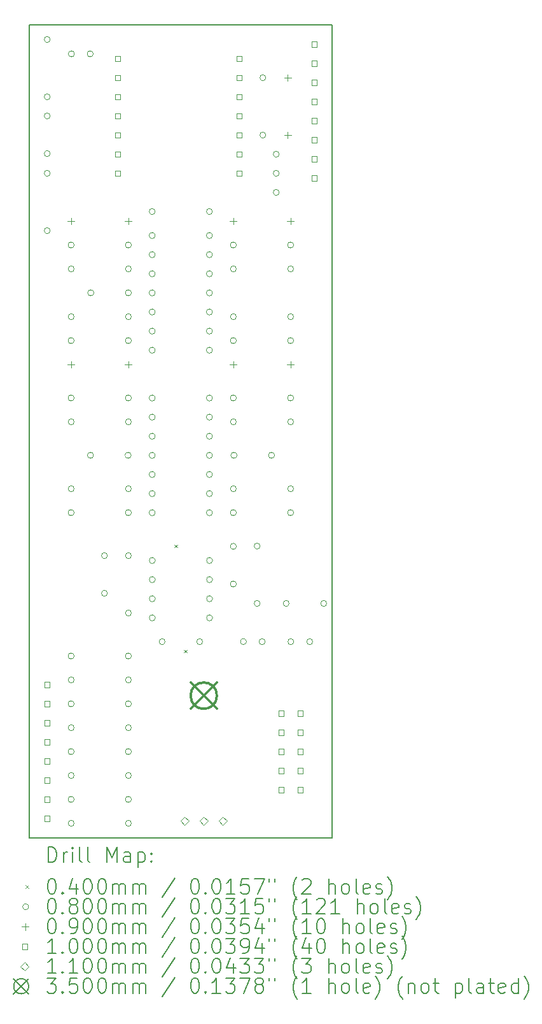
<source format=gbr>
%TF.GenerationSoftware,KiCad,Pcbnew,8.0.7*%
%TF.CreationDate,2025-03-25T14:52:12-04:00*%
%TF.ProjectId,bing-bong-pcb-audio,62696e67-2d62-46f6-9e67-2d7063622d61,rev?*%
%TF.SameCoordinates,Original*%
%TF.FileFunction,Drillmap*%
%TF.FilePolarity,Positive*%
%FSLAX45Y45*%
G04 Gerber Fmt 4.5, Leading zero omitted, Abs format (unit mm)*
G04 Created by KiCad (PCBNEW 8.0.7) date 2025-03-25 14:52:12*
%MOMM*%
%LPD*%
G01*
G04 APERTURE LIST*
%ADD10C,0.200000*%
%ADD11C,0.100000*%
%ADD12C,0.110000*%
%ADD13C,0.350000*%
G04 APERTURE END LIST*
D10*
X12742400Y-3910600D02*
X16772400Y-3910600D01*
X16772400Y-14710600D01*
X12742400Y-14710600D01*
X12742400Y-3910600D01*
D11*
X14673900Y-10812100D02*
X14713900Y-10852100D01*
X14713900Y-10812100D02*
X14673900Y-10852100D01*
X14800900Y-12209100D02*
X14840900Y-12249100D01*
X14840900Y-12209100D02*
X14800900Y-12249100D01*
X13019400Y-4101100D02*
G75*
G02*
X12939400Y-4101100I-40000J0D01*
G01*
X12939400Y-4101100D02*
G75*
G02*
X13019400Y-4101100I40000J0D01*
G01*
X13019400Y-4863100D02*
G75*
G02*
X12939400Y-4863100I-40000J0D01*
G01*
X12939400Y-4863100D02*
G75*
G02*
X13019400Y-4863100I40000J0D01*
G01*
X13019400Y-5117100D02*
G75*
G02*
X12939400Y-5117100I-40000J0D01*
G01*
X12939400Y-5117100D02*
G75*
G02*
X13019400Y-5117100I40000J0D01*
G01*
X13019400Y-5617100D02*
G75*
G02*
X12939400Y-5617100I-40000J0D01*
G01*
X12939400Y-5617100D02*
G75*
G02*
X13019400Y-5617100I40000J0D01*
G01*
X13019400Y-5879100D02*
G75*
G02*
X12939400Y-5879100I-40000J0D01*
G01*
X12939400Y-5879100D02*
G75*
G02*
X13019400Y-5879100I40000J0D01*
G01*
X13019400Y-6641100D02*
G75*
G02*
X12939400Y-6641100I-40000J0D01*
G01*
X12939400Y-6641100D02*
G75*
G02*
X13019400Y-6641100I40000J0D01*
G01*
X13336900Y-6831600D02*
G75*
G02*
X13256900Y-6831600I-40000J0D01*
G01*
X13256900Y-6831600D02*
G75*
G02*
X13336900Y-6831600I40000J0D01*
G01*
X13336900Y-7149100D02*
G75*
G02*
X13256900Y-7149100I-40000J0D01*
G01*
X13256900Y-7149100D02*
G75*
G02*
X13336900Y-7149100I40000J0D01*
G01*
X13336900Y-7784100D02*
G75*
G02*
X13256900Y-7784100I-40000J0D01*
G01*
X13256900Y-7784100D02*
G75*
G02*
X13336900Y-7784100I40000J0D01*
G01*
X13336900Y-8101600D02*
G75*
G02*
X13256900Y-8101600I-40000J0D01*
G01*
X13256900Y-8101600D02*
G75*
G02*
X13336900Y-8101600I40000J0D01*
G01*
X13336900Y-8863600D02*
G75*
G02*
X13256900Y-8863600I-40000J0D01*
G01*
X13256900Y-8863600D02*
G75*
G02*
X13336900Y-8863600I40000J0D01*
G01*
X13336900Y-9181100D02*
G75*
G02*
X13256900Y-9181100I-40000J0D01*
G01*
X13256900Y-9181100D02*
G75*
G02*
X13336900Y-9181100I40000J0D01*
G01*
X13336900Y-10070100D02*
G75*
G02*
X13256900Y-10070100I-40000J0D01*
G01*
X13256900Y-10070100D02*
G75*
G02*
X13336900Y-10070100I40000J0D01*
G01*
X13336900Y-10387600D02*
G75*
G02*
X13256900Y-10387600I-40000J0D01*
G01*
X13256900Y-10387600D02*
G75*
G02*
X13336900Y-10387600I40000J0D01*
G01*
X13336900Y-12292600D02*
G75*
G02*
X13256900Y-12292600I-40000J0D01*
G01*
X13256900Y-12292600D02*
G75*
G02*
X13336900Y-12292600I40000J0D01*
G01*
X13336900Y-12610100D02*
G75*
G02*
X13256900Y-12610100I-40000J0D01*
G01*
X13256900Y-12610100D02*
G75*
G02*
X13336900Y-12610100I40000J0D01*
G01*
X13336900Y-12927600D02*
G75*
G02*
X13256900Y-12927600I-40000J0D01*
G01*
X13256900Y-12927600D02*
G75*
G02*
X13336900Y-12927600I40000J0D01*
G01*
X13336900Y-13245100D02*
G75*
G02*
X13256900Y-13245100I-40000J0D01*
G01*
X13256900Y-13245100D02*
G75*
G02*
X13336900Y-13245100I40000J0D01*
G01*
X13336900Y-13562600D02*
G75*
G02*
X13256900Y-13562600I-40000J0D01*
G01*
X13256900Y-13562600D02*
G75*
G02*
X13336900Y-13562600I40000J0D01*
G01*
X13336900Y-13880100D02*
G75*
G02*
X13256900Y-13880100I-40000J0D01*
G01*
X13256900Y-13880100D02*
G75*
G02*
X13336900Y-13880100I40000J0D01*
G01*
X13336900Y-14197600D02*
G75*
G02*
X13256900Y-14197600I-40000J0D01*
G01*
X13256900Y-14197600D02*
G75*
G02*
X13336900Y-14197600I40000J0D01*
G01*
X13336900Y-14515100D02*
G75*
G02*
X13256900Y-14515100I-40000J0D01*
G01*
X13256900Y-14515100D02*
G75*
G02*
X13336900Y-14515100I40000J0D01*
G01*
X13340900Y-4291600D02*
G75*
G02*
X13260900Y-4291600I-40000J0D01*
G01*
X13260900Y-4291600D02*
G75*
G02*
X13340900Y-4291600I40000J0D01*
G01*
X13590900Y-4291600D02*
G75*
G02*
X13510900Y-4291600I-40000J0D01*
G01*
X13510900Y-4291600D02*
G75*
G02*
X13590900Y-4291600I40000J0D01*
G01*
X13594900Y-9625600D02*
G75*
G02*
X13514900Y-9625600I-40000J0D01*
G01*
X13514900Y-9625600D02*
G75*
G02*
X13594900Y-9625600I40000J0D01*
G01*
X13598900Y-7466600D02*
G75*
G02*
X13518900Y-7466600I-40000J0D01*
G01*
X13518900Y-7466600D02*
G75*
G02*
X13598900Y-7466600I40000J0D01*
G01*
X13781400Y-10959100D02*
G75*
G02*
X13701400Y-10959100I-40000J0D01*
G01*
X13701400Y-10959100D02*
G75*
G02*
X13781400Y-10959100I40000J0D01*
G01*
X13781400Y-11459100D02*
G75*
G02*
X13701400Y-11459100I-40000J0D01*
G01*
X13701400Y-11459100D02*
G75*
G02*
X13781400Y-11459100I40000J0D01*
G01*
X14094900Y-9625600D02*
G75*
G02*
X14014900Y-9625600I-40000J0D01*
G01*
X14014900Y-9625600D02*
G75*
G02*
X14094900Y-9625600I40000J0D01*
G01*
X14098900Y-6831600D02*
G75*
G02*
X14018900Y-6831600I-40000J0D01*
G01*
X14018900Y-6831600D02*
G75*
G02*
X14098900Y-6831600I40000J0D01*
G01*
X14098900Y-7149100D02*
G75*
G02*
X14018900Y-7149100I-40000J0D01*
G01*
X14018900Y-7149100D02*
G75*
G02*
X14098900Y-7149100I40000J0D01*
G01*
X14098900Y-7466600D02*
G75*
G02*
X14018900Y-7466600I-40000J0D01*
G01*
X14018900Y-7466600D02*
G75*
G02*
X14098900Y-7466600I40000J0D01*
G01*
X14098900Y-7784100D02*
G75*
G02*
X14018900Y-7784100I-40000J0D01*
G01*
X14018900Y-7784100D02*
G75*
G02*
X14098900Y-7784100I40000J0D01*
G01*
X14098900Y-8101600D02*
G75*
G02*
X14018900Y-8101600I-40000J0D01*
G01*
X14018900Y-8101600D02*
G75*
G02*
X14098900Y-8101600I40000J0D01*
G01*
X14098900Y-8863600D02*
G75*
G02*
X14018900Y-8863600I-40000J0D01*
G01*
X14018900Y-8863600D02*
G75*
G02*
X14098900Y-8863600I40000J0D01*
G01*
X14098900Y-9181100D02*
G75*
G02*
X14018900Y-9181100I-40000J0D01*
G01*
X14018900Y-9181100D02*
G75*
G02*
X14098900Y-9181100I40000J0D01*
G01*
X14098900Y-10070100D02*
G75*
G02*
X14018900Y-10070100I-40000J0D01*
G01*
X14018900Y-10070100D02*
G75*
G02*
X14098900Y-10070100I40000J0D01*
G01*
X14098900Y-10387600D02*
G75*
G02*
X14018900Y-10387600I-40000J0D01*
G01*
X14018900Y-10387600D02*
G75*
G02*
X14098900Y-10387600I40000J0D01*
G01*
X14098900Y-10959100D02*
G75*
G02*
X14018900Y-10959100I-40000J0D01*
G01*
X14018900Y-10959100D02*
G75*
G02*
X14098900Y-10959100I40000J0D01*
G01*
X14098900Y-11721100D02*
G75*
G02*
X14018900Y-11721100I-40000J0D01*
G01*
X14018900Y-11721100D02*
G75*
G02*
X14098900Y-11721100I40000J0D01*
G01*
X14098900Y-12292600D02*
G75*
G02*
X14018900Y-12292600I-40000J0D01*
G01*
X14018900Y-12292600D02*
G75*
G02*
X14098900Y-12292600I40000J0D01*
G01*
X14098900Y-12610100D02*
G75*
G02*
X14018900Y-12610100I-40000J0D01*
G01*
X14018900Y-12610100D02*
G75*
G02*
X14098900Y-12610100I40000J0D01*
G01*
X14098900Y-12927600D02*
G75*
G02*
X14018900Y-12927600I-40000J0D01*
G01*
X14018900Y-12927600D02*
G75*
G02*
X14098900Y-12927600I40000J0D01*
G01*
X14098900Y-13245100D02*
G75*
G02*
X14018900Y-13245100I-40000J0D01*
G01*
X14018900Y-13245100D02*
G75*
G02*
X14098900Y-13245100I40000J0D01*
G01*
X14098900Y-13562600D02*
G75*
G02*
X14018900Y-13562600I-40000J0D01*
G01*
X14018900Y-13562600D02*
G75*
G02*
X14098900Y-13562600I40000J0D01*
G01*
X14098900Y-13880100D02*
G75*
G02*
X14018900Y-13880100I-40000J0D01*
G01*
X14018900Y-13880100D02*
G75*
G02*
X14098900Y-13880100I40000J0D01*
G01*
X14098900Y-14197600D02*
G75*
G02*
X14018900Y-14197600I-40000J0D01*
G01*
X14018900Y-14197600D02*
G75*
G02*
X14098900Y-14197600I40000J0D01*
G01*
X14098900Y-14515100D02*
G75*
G02*
X14018900Y-14515100I-40000J0D01*
G01*
X14018900Y-14515100D02*
G75*
G02*
X14098900Y-14515100I40000J0D01*
G01*
X14416400Y-6387100D02*
G75*
G02*
X14336400Y-6387100I-40000J0D01*
G01*
X14336400Y-6387100D02*
G75*
G02*
X14416400Y-6387100I40000J0D01*
G01*
X14416400Y-6705600D02*
G75*
G02*
X14336400Y-6705600I-40000J0D01*
G01*
X14336400Y-6705600D02*
G75*
G02*
X14416400Y-6705600I40000J0D01*
G01*
X14416400Y-6959600D02*
G75*
G02*
X14336400Y-6959600I-40000J0D01*
G01*
X14336400Y-6959600D02*
G75*
G02*
X14416400Y-6959600I40000J0D01*
G01*
X14416400Y-7213600D02*
G75*
G02*
X14336400Y-7213600I-40000J0D01*
G01*
X14336400Y-7213600D02*
G75*
G02*
X14416400Y-7213600I40000J0D01*
G01*
X14416400Y-7467600D02*
G75*
G02*
X14336400Y-7467600I-40000J0D01*
G01*
X14336400Y-7467600D02*
G75*
G02*
X14416400Y-7467600I40000J0D01*
G01*
X14416400Y-7721600D02*
G75*
G02*
X14336400Y-7721600I-40000J0D01*
G01*
X14336400Y-7721600D02*
G75*
G02*
X14416400Y-7721600I40000J0D01*
G01*
X14416400Y-7975600D02*
G75*
G02*
X14336400Y-7975600I-40000J0D01*
G01*
X14336400Y-7975600D02*
G75*
G02*
X14416400Y-7975600I40000J0D01*
G01*
X14416400Y-8229600D02*
G75*
G02*
X14336400Y-8229600I-40000J0D01*
G01*
X14336400Y-8229600D02*
G75*
G02*
X14416400Y-8229600I40000J0D01*
G01*
X14416400Y-8864600D02*
G75*
G02*
X14336400Y-8864600I-40000J0D01*
G01*
X14336400Y-8864600D02*
G75*
G02*
X14416400Y-8864600I40000J0D01*
G01*
X14416400Y-9118600D02*
G75*
G02*
X14336400Y-9118600I-40000J0D01*
G01*
X14336400Y-9118600D02*
G75*
G02*
X14416400Y-9118600I40000J0D01*
G01*
X14416400Y-9372600D02*
G75*
G02*
X14336400Y-9372600I-40000J0D01*
G01*
X14336400Y-9372600D02*
G75*
G02*
X14416400Y-9372600I40000J0D01*
G01*
X14416400Y-9626600D02*
G75*
G02*
X14336400Y-9626600I-40000J0D01*
G01*
X14336400Y-9626600D02*
G75*
G02*
X14416400Y-9626600I40000J0D01*
G01*
X14416400Y-9880600D02*
G75*
G02*
X14336400Y-9880600I-40000J0D01*
G01*
X14336400Y-9880600D02*
G75*
G02*
X14416400Y-9880600I40000J0D01*
G01*
X14416400Y-10134600D02*
G75*
G02*
X14336400Y-10134600I-40000J0D01*
G01*
X14336400Y-10134600D02*
G75*
G02*
X14416400Y-10134600I40000J0D01*
G01*
X14416400Y-10388600D02*
G75*
G02*
X14336400Y-10388600I-40000J0D01*
G01*
X14336400Y-10388600D02*
G75*
G02*
X14416400Y-10388600I40000J0D01*
G01*
X14417400Y-11023600D02*
G75*
G02*
X14337400Y-11023600I-40000J0D01*
G01*
X14337400Y-11023600D02*
G75*
G02*
X14417400Y-11023600I40000J0D01*
G01*
X14417400Y-11277600D02*
G75*
G02*
X14337400Y-11277600I-40000J0D01*
G01*
X14337400Y-11277600D02*
G75*
G02*
X14417400Y-11277600I40000J0D01*
G01*
X14417400Y-11531600D02*
G75*
G02*
X14337400Y-11531600I-40000J0D01*
G01*
X14337400Y-11531600D02*
G75*
G02*
X14417400Y-11531600I40000J0D01*
G01*
X14417400Y-11785600D02*
G75*
G02*
X14337400Y-11785600I-40000J0D01*
G01*
X14337400Y-11785600D02*
G75*
G02*
X14417400Y-11785600I40000J0D01*
G01*
X14547400Y-12102100D02*
G75*
G02*
X14467400Y-12102100I-40000J0D01*
G01*
X14467400Y-12102100D02*
G75*
G02*
X14547400Y-12102100I40000J0D01*
G01*
X15047400Y-12102100D02*
G75*
G02*
X14967400Y-12102100I-40000J0D01*
G01*
X14967400Y-12102100D02*
G75*
G02*
X15047400Y-12102100I40000J0D01*
G01*
X15178400Y-6387100D02*
G75*
G02*
X15098400Y-6387100I-40000J0D01*
G01*
X15098400Y-6387100D02*
G75*
G02*
X15178400Y-6387100I40000J0D01*
G01*
X15178400Y-6705600D02*
G75*
G02*
X15098400Y-6705600I-40000J0D01*
G01*
X15098400Y-6705600D02*
G75*
G02*
X15178400Y-6705600I40000J0D01*
G01*
X15178400Y-6959600D02*
G75*
G02*
X15098400Y-6959600I-40000J0D01*
G01*
X15098400Y-6959600D02*
G75*
G02*
X15178400Y-6959600I40000J0D01*
G01*
X15178400Y-7213600D02*
G75*
G02*
X15098400Y-7213600I-40000J0D01*
G01*
X15098400Y-7213600D02*
G75*
G02*
X15178400Y-7213600I40000J0D01*
G01*
X15178400Y-7467600D02*
G75*
G02*
X15098400Y-7467600I-40000J0D01*
G01*
X15098400Y-7467600D02*
G75*
G02*
X15178400Y-7467600I40000J0D01*
G01*
X15178400Y-7721600D02*
G75*
G02*
X15098400Y-7721600I-40000J0D01*
G01*
X15098400Y-7721600D02*
G75*
G02*
X15178400Y-7721600I40000J0D01*
G01*
X15178400Y-7975600D02*
G75*
G02*
X15098400Y-7975600I-40000J0D01*
G01*
X15098400Y-7975600D02*
G75*
G02*
X15178400Y-7975600I40000J0D01*
G01*
X15178400Y-8229600D02*
G75*
G02*
X15098400Y-8229600I-40000J0D01*
G01*
X15098400Y-8229600D02*
G75*
G02*
X15178400Y-8229600I40000J0D01*
G01*
X15178400Y-8864600D02*
G75*
G02*
X15098400Y-8864600I-40000J0D01*
G01*
X15098400Y-8864600D02*
G75*
G02*
X15178400Y-8864600I40000J0D01*
G01*
X15178400Y-9118600D02*
G75*
G02*
X15098400Y-9118600I-40000J0D01*
G01*
X15098400Y-9118600D02*
G75*
G02*
X15178400Y-9118600I40000J0D01*
G01*
X15178400Y-9372600D02*
G75*
G02*
X15098400Y-9372600I-40000J0D01*
G01*
X15098400Y-9372600D02*
G75*
G02*
X15178400Y-9372600I40000J0D01*
G01*
X15178400Y-9626600D02*
G75*
G02*
X15098400Y-9626600I-40000J0D01*
G01*
X15098400Y-9626600D02*
G75*
G02*
X15178400Y-9626600I40000J0D01*
G01*
X15178400Y-9880600D02*
G75*
G02*
X15098400Y-9880600I-40000J0D01*
G01*
X15098400Y-9880600D02*
G75*
G02*
X15178400Y-9880600I40000J0D01*
G01*
X15178400Y-10134600D02*
G75*
G02*
X15098400Y-10134600I-40000J0D01*
G01*
X15098400Y-10134600D02*
G75*
G02*
X15178400Y-10134600I40000J0D01*
G01*
X15178400Y-10388600D02*
G75*
G02*
X15098400Y-10388600I-40000J0D01*
G01*
X15098400Y-10388600D02*
G75*
G02*
X15178400Y-10388600I40000J0D01*
G01*
X15179400Y-11023600D02*
G75*
G02*
X15099400Y-11023600I-40000J0D01*
G01*
X15099400Y-11023600D02*
G75*
G02*
X15179400Y-11023600I40000J0D01*
G01*
X15179400Y-11277600D02*
G75*
G02*
X15099400Y-11277600I-40000J0D01*
G01*
X15099400Y-11277600D02*
G75*
G02*
X15179400Y-11277600I40000J0D01*
G01*
X15179400Y-11531600D02*
G75*
G02*
X15099400Y-11531600I-40000J0D01*
G01*
X15099400Y-11531600D02*
G75*
G02*
X15179400Y-11531600I40000J0D01*
G01*
X15179400Y-11785600D02*
G75*
G02*
X15099400Y-11785600I-40000J0D01*
G01*
X15099400Y-11785600D02*
G75*
G02*
X15179400Y-11785600I40000J0D01*
G01*
X15495900Y-6831600D02*
G75*
G02*
X15415900Y-6831600I-40000J0D01*
G01*
X15415900Y-6831600D02*
G75*
G02*
X15495900Y-6831600I40000J0D01*
G01*
X15495900Y-7149100D02*
G75*
G02*
X15415900Y-7149100I-40000J0D01*
G01*
X15415900Y-7149100D02*
G75*
G02*
X15495900Y-7149100I40000J0D01*
G01*
X15495900Y-7784100D02*
G75*
G02*
X15415900Y-7784100I-40000J0D01*
G01*
X15415900Y-7784100D02*
G75*
G02*
X15495900Y-7784100I40000J0D01*
G01*
X15495900Y-8101600D02*
G75*
G02*
X15415900Y-8101600I-40000J0D01*
G01*
X15415900Y-8101600D02*
G75*
G02*
X15495900Y-8101600I40000J0D01*
G01*
X15495900Y-8863600D02*
G75*
G02*
X15415900Y-8863600I-40000J0D01*
G01*
X15415900Y-8863600D02*
G75*
G02*
X15495900Y-8863600I40000J0D01*
G01*
X15495900Y-9181100D02*
G75*
G02*
X15415900Y-9181100I-40000J0D01*
G01*
X15415900Y-9181100D02*
G75*
G02*
X15495900Y-9181100I40000J0D01*
G01*
X15495900Y-10070100D02*
G75*
G02*
X15415900Y-10070100I-40000J0D01*
G01*
X15415900Y-10070100D02*
G75*
G02*
X15495900Y-10070100I40000J0D01*
G01*
X15495900Y-10387600D02*
G75*
G02*
X15415900Y-10387600I-40000J0D01*
G01*
X15415900Y-10387600D02*
G75*
G02*
X15495900Y-10387600I40000J0D01*
G01*
X15495900Y-10836100D02*
G75*
G02*
X15415900Y-10836100I-40000J0D01*
G01*
X15415900Y-10836100D02*
G75*
G02*
X15495900Y-10836100I40000J0D01*
G01*
X15495900Y-11336100D02*
G75*
G02*
X15415900Y-11336100I-40000J0D01*
G01*
X15415900Y-11336100D02*
G75*
G02*
X15495900Y-11336100I40000J0D01*
G01*
X15503900Y-9625600D02*
G75*
G02*
X15423900Y-9625600I-40000J0D01*
G01*
X15423900Y-9625600D02*
G75*
G02*
X15503900Y-9625600I40000J0D01*
G01*
X15629389Y-12102100D02*
G75*
G02*
X15549389Y-12102100I-40000J0D01*
G01*
X15549389Y-12102100D02*
G75*
G02*
X15629389Y-12102100I40000J0D01*
G01*
X15813400Y-10832100D02*
G75*
G02*
X15733400Y-10832100I-40000J0D01*
G01*
X15733400Y-10832100D02*
G75*
G02*
X15813400Y-10832100I40000J0D01*
G01*
X15813400Y-11594100D02*
G75*
G02*
X15733400Y-11594100I-40000J0D01*
G01*
X15733400Y-11594100D02*
G75*
G02*
X15813400Y-11594100I40000J0D01*
G01*
X15879389Y-12102100D02*
G75*
G02*
X15799389Y-12102100I-40000J0D01*
G01*
X15799389Y-12102100D02*
G75*
G02*
X15879389Y-12102100I40000J0D01*
G01*
X15889600Y-4609100D02*
G75*
G02*
X15809600Y-4609100I-40000J0D01*
G01*
X15809600Y-4609100D02*
G75*
G02*
X15889600Y-4609100I40000J0D01*
G01*
X15889600Y-5371100D02*
G75*
G02*
X15809600Y-5371100I-40000J0D01*
G01*
X15809600Y-5371100D02*
G75*
G02*
X15889600Y-5371100I40000J0D01*
G01*
X16003900Y-9625600D02*
G75*
G02*
X15923900Y-9625600I-40000J0D01*
G01*
X15923900Y-9625600D02*
G75*
G02*
X16003900Y-9625600I40000J0D01*
G01*
X16067400Y-5625100D02*
G75*
G02*
X15987400Y-5625100I-40000J0D01*
G01*
X15987400Y-5625100D02*
G75*
G02*
X16067400Y-5625100I40000J0D01*
G01*
X16067400Y-5879100D02*
G75*
G02*
X15987400Y-5879100I-40000J0D01*
G01*
X15987400Y-5879100D02*
G75*
G02*
X16067400Y-5879100I40000J0D01*
G01*
X16067400Y-6133100D02*
G75*
G02*
X15987400Y-6133100I-40000J0D01*
G01*
X15987400Y-6133100D02*
G75*
G02*
X16067400Y-6133100I40000J0D01*
G01*
X16198400Y-11594100D02*
G75*
G02*
X16118400Y-11594100I-40000J0D01*
G01*
X16118400Y-11594100D02*
G75*
G02*
X16198400Y-11594100I40000J0D01*
G01*
X16257900Y-6831600D02*
G75*
G02*
X16177900Y-6831600I-40000J0D01*
G01*
X16177900Y-6831600D02*
G75*
G02*
X16257900Y-6831600I40000J0D01*
G01*
X16257900Y-7149100D02*
G75*
G02*
X16177900Y-7149100I-40000J0D01*
G01*
X16177900Y-7149100D02*
G75*
G02*
X16257900Y-7149100I40000J0D01*
G01*
X16257900Y-7784100D02*
G75*
G02*
X16177900Y-7784100I-40000J0D01*
G01*
X16177900Y-7784100D02*
G75*
G02*
X16257900Y-7784100I40000J0D01*
G01*
X16257900Y-8101600D02*
G75*
G02*
X16177900Y-8101600I-40000J0D01*
G01*
X16177900Y-8101600D02*
G75*
G02*
X16257900Y-8101600I40000J0D01*
G01*
X16257900Y-8863600D02*
G75*
G02*
X16177900Y-8863600I-40000J0D01*
G01*
X16177900Y-8863600D02*
G75*
G02*
X16257900Y-8863600I40000J0D01*
G01*
X16257900Y-9181100D02*
G75*
G02*
X16177900Y-9181100I-40000J0D01*
G01*
X16177900Y-9181100D02*
G75*
G02*
X16257900Y-9181100I40000J0D01*
G01*
X16257900Y-10070100D02*
G75*
G02*
X16177900Y-10070100I-40000J0D01*
G01*
X16177900Y-10070100D02*
G75*
G02*
X16257900Y-10070100I40000J0D01*
G01*
X16257900Y-10387600D02*
G75*
G02*
X16177900Y-10387600I-40000J0D01*
G01*
X16177900Y-10387600D02*
G75*
G02*
X16257900Y-10387600I40000J0D01*
G01*
X16261900Y-12102100D02*
G75*
G02*
X16181900Y-12102100I-40000J0D01*
G01*
X16181900Y-12102100D02*
G75*
G02*
X16261900Y-12102100I40000J0D01*
G01*
X16511900Y-12102100D02*
G75*
G02*
X16431900Y-12102100I-40000J0D01*
G01*
X16431900Y-12102100D02*
G75*
G02*
X16511900Y-12102100I40000J0D01*
G01*
X16698400Y-11594100D02*
G75*
G02*
X16618400Y-11594100I-40000J0D01*
G01*
X16618400Y-11594100D02*
G75*
G02*
X16698400Y-11594100I40000J0D01*
G01*
X13296900Y-6469100D02*
X13296900Y-6559100D01*
X13251900Y-6514100D02*
X13341900Y-6514100D01*
X13296900Y-8374100D02*
X13296900Y-8464100D01*
X13251900Y-8419100D02*
X13341900Y-8419100D01*
X14058900Y-6469100D02*
X14058900Y-6559100D01*
X14013900Y-6514100D02*
X14103900Y-6514100D01*
X14058900Y-8374100D02*
X14058900Y-8464100D01*
X14013900Y-8419100D02*
X14103900Y-8419100D01*
X15455900Y-6469100D02*
X15455900Y-6559100D01*
X15410900Y-6514100D02*
X15500900Y-6514100D01*
X15455900Y-8374100D02*
X15455900Y-8464100D01*
X15410900Y-8419100D02*
X15500900Y-8419100D01*
X16179800Y-4564100D02*
X16179800Y-4654100D01*
X16134800Y-4609100D02*
X16224800Y-4609100D01*
X16179800Y-5326100D02*
X16179800Y-5416100D01*
X16134800Y-5371100D02*
X16224800Y-5371100D01*
X16217900Y-6469100D02*
X16217900Y-6559100D01*
X16172900Y-6514100D02*
X16262900Y-6514100D01*
X16217900Y-8374100D02*
X16217900Y-8464100D01*
X16172900Y-8419100D02*
X16262900Y-8419100D01*
X13014756Y-12708956D02*
X13014756Y-12638244D01*
X12944044Y-12638244D01*
X12944044Y-12708956D01*
X13014756Y-12708956D01*
X13014756Y-12962956D02*
X13014756Y-12892244D01*
X12944044Y-12892244D01*
X12944044Y-12962956D01*
X13014756Y-12962956D01*
X13014756Y-13216956D02*
X13014756Y-13146244D01*
X12944044Y-13146244D01*
X12944044Y-13216956D01*
X13014756Y-13216956D01*
X13014756Y-13470956D02*
X13014756Y-13400244D01*
X12944044Y-13400244D01*
X12944044Y-13470956D01*
X13014756Y-13470956D01*
X13014756Y-13724956D02*
X13014756Y-13654244D01*
X12944044Y-13654244D01*
X12944044Y-13724956D01*
X13014756Y-13724956D01*
X13014756Y-13978956D02*
X13014756Y-13908244D01*
X12944044Y-13908244D01*
X12944044Y-13978956D01*
X13014756Y-13978956D01*
X13014756Y-14232956D02*
X13014756Y-14162244D01*
X12944044Y-14162244D01*
X12944044Y-14232956D01*
X13014756Y-14232956D01*
X13014756Y-14486956D02*
X13014756Y-14416244D01*
X12944044Y-14416244D01*
X12944044Y-14486956D01*
X13014756Y-14486956D01*
X13951127Y-4389005D02*
X13951127Y-4318293D01*
X13880415Y-4318293D01*
X13880415Y-4389005D01*
X13951127Y-4389005D01*
X13951127Y-4643005D02*
X13951127Y-4572293D01*
X13880415Y-4572293D01*
X13880415Y-4643005D01*
X13951127Y-4643005D01*
X13951127Y-4897005D02*
X13951127Y-4826293D01*
X13880415Y-4826293D01*
X13880415Y-4897005D01*
X13951127Y-4897005D01*
X13951127Y-5151005D02*
X13951127Y-5080293D01*
X13880415Y-5080293D01*
X13880415Y-5151005D01*
X13951127Y-5151005D01*
X13951127Y-5405005D02*
X13951127Y-5334293D01*
X13880415Y-5334293D01*
X13880415Y-5405005D01*
X13951127Y-5405005D01*
X13951127Y-5659005D02*
X13951127Y-5588293D01*
X13880415Y-5588293D01*
X13880415Y-5659005D01*
X13951127Y-5659005D01*
X13951127Y-5913005D02*
X13951127Y-5842293D01*
X13880415Y-5842293D01*
X13880415Y-5913005D01*
X13951127Y-5913005D01*
X15567583Y-4389005D02*
X15567583Y-4318293D01*
X15496871Y-4318293D01*
X15496871Y-4389005D01*
X15567583Y-4389005D01*
X15567583Y-4643005D02*
X15567583Y-4572293D01*
X15496871Y-4572293D01*
X15496871Y-4643005D01*
X15567583Y-4643005D01*
X15567583Y-4897005D02*
X15567583Y-4826293D01*
X15496871Y-4826293D01*
X15496871Y-4897005D01*
X15567583Y-4897005D01*
X15567583Y-5151005D02*
X15567583Y-5080293D01*
X15496871Y-5080293D01*
X15496871Y-5151005D01*
X15567583Y-5151005D01*
X15567583Y-5405005D02*
X15567583Y-5334293D01*
X15496871Y-5334293D01*
X15496871Y-5405005D01*
X15567583Y-5405005D01*
X15567583Y-5659005D02*
X15567583Y-5588293D01*
X15496871Y-5588293D01*
X15496871Y-5659005D01*
X15567583Y-5659005D01*
X15567583Y-5913005D02*
X15567583Y-5842293D01*
X15496871Y-5842293D01*
X15496871Y-5913005D01*
X15567583Y-5913005D01*
X16126256Y-13089956D02*
X16126256Y-13019244D01*
X16055544Y-13019244D01*
X16055544Y-13089956D01*
X16126256Y-13089956D01*
X16126256Y-13343956D02*
X16126256Y-13273244D01*
X16055544Y-13273244D01*
X16055544Y-13343956D01*
X16126256Y-13343956D01*
X16126256Y-13597956D02*
X16126256Y-13527244D01*
X16055544Y-13527244D01*
X16055544Y-13597956D01*
X16126256Y-13597956D01*
X16126256Y-13851956D02*
X16126256Y-13781244D01*
X16055544Y-13781244D01*
X16055544Y-13851956D01*
X16126256Y-13851956D01*
X16126256Y-14105956D02*
X16126256Y-14035244D01*
X16055544Y-14035244D01*
X16055544Y-14105956D01*
X16126256Y-14105956D01*
X16380256Y-13089956D02*
X16380256Y-13019244D01*
X16309544Y-13019244D01*
X16309544Y-13089956D01*
X16380256Y-13089956D01*
X16380256Y-13343956D02*
X16380256Y-13273244D01*
X16309544Y-13273244D01*
X16309544Y-13343956D01*
X16380256Y-13343956D01*
X16380256Y-13597956D02*
X16380256Y-13527244D01*
X16309544Y-13527244D01*
X16309544Y-13597956D01*
X16380256Y-13597956D01*
X16380256Y-13851956D02*
X16380256Y-13781244D01*
X16309544Y-13781244D01*
X16309544Y-13851956D01*
X16380256Y-13851956D01*
X16380256Y-14105956D02*
X16380256Y-14035244D01*
X16309544Y-14035244D01*
X16309544Y-14105956D01*
X16380256Y-14105956D01*
X16570756Y-4199956D02*
X16570756Y-4129244D01*
X16500044Y-4129244D01*
X16500044Y-4199956D01*
X16570756Y-4199956D01*
X16570756Y-4453956D02*
X16570756Y-4383244D01*
X16500044Y-4383244D01*
X16500044Y-4453956D01*
X16570756Y-4453956D01*
X16570756Y-4707956D02*
X16570756Y-4637244D01*
X16500044Y-4637244D01*
X16500044Y-4707956D01*
X16570756Y-4707956D01*
X16570756Y-4961956D02*
X16570756Y-4891244D01*
X16500044Y-4891244D01*
X16500044Y-4961956D01*
X16570756Y-4961956D01*
X16570756Y-5215956D02*
X16570756Y-5145244D01*
X16500044Y-5145244D01*
X16500044Y-5215956D01*
X16570756Y-5215956D01*
X16570756Y-5469956D02*
X16570756Y-5399244D01*
X16500044Y-5399244D01*
X16500044Y-5469956D01*
X16570756Y-5469956D01*
X16570756Y-5723956D02*
X16570756Y-5653244D01*
X16500044Y-5653244D01*
X16500044Y-5723956D01*
X16570756Y-5723956D01*
X16570756Y-5977956D02*
X16570756Y-5907244D01*
X16500044Y-5907244D01*
X16500044Y-5977956D01*
X16570756Y-5977956D01*
D12*
X14808200Y-14540600D02*
X14863200Y-14485600D01*
X14808200Y-14430600D01*
X14753200Y-14485600D01*
X14808200Y-14540600D01*
X15062200Y-14540600D02*
X15117200Y-14485600D01*
X15062200Y-14430600D01*
X15007200Y-14485600D01*
X15062200Y-14540600D01*
X15316200Y-14540600D02*
X15371200Y-14485600D01*
X15316200Y-14430600D01*
X15261200Y-14485600D01*
X15316200Y-14540600D01*
D13*
X14887200Y-12644600D02*
X15237200Y-12994600D01*
X15237200Y-12644600D02*
X14887200Y-12994600D01*
X15237200Y-12819600D02*
G75*
G02*
X14887200Y-12819600I-175000J0D01*
G01*
X14887200Y-12819600D02*
G75*
G02*
X15237200Y-12819600I175000J0D01*
G01*
D10*
X12993177Y-15032084D02*
X12993177Y-14832084D01*
X12993177Y-14832084D02*
X13040796Y-14832084D01*
X13040796Y-14832084D02*
X13069367Y-14841608D01*
X13069367Y-14841608D02*
X13088415Y-14860655D01*
X13088415Y-14860655D02*
X13097939Y-14879703D01*
X13097939Y-14879703D02*
X13107462Y-14917798D01*
X13107462Y-14917798D02*
X13107462Y-14946369D01*
X13107462Y-14946369D02*
X13097939Y-14984465D01*
X13097939Y-14984465D02*
X13088415Y-15003512D01*
X13088415Y-15003512D02*
X13069367Y-15022560D01*
X13069367Y-15022560D02*
X13040796Y-15032084D01*
X13040796Y-15032084D02*
X12993177Y-15032084D01*
X13193177Y-15032084D02*
X13193177Y-14898750D01*
X13193177Y-14936846D02*
X13202701Y-14917798D01*
X13202701Y-14917798D02*
X13212224Y-14908274D01*
X13212224Y-14908274D02*
X13231272Y-14898750D01*
X13231272Y-14898750D02*
X13250320Y-14898750D01*
X13316986Y-15032084D02*
X13316986Y-14898750D01*
X13316986Y-14832084D02*
X13307462Y-14841608D01*
X13307462Y-14841608D02*
X13316986Y-14851131D01*
X13316986Y-14851131D02*
X13326510Y-14841608D01*
X13326510Y-14841608D02*
X13316986Y-14832084D01*
X13316986Y-14832084D02*
X13316986Y-14851131D01*
X13440796Y-15032084D02*
X13421748Y-15022560D01*
X13421748Y-15022560D02*
X13412224Y-15003512D01*
X13412224Y-15003512D02*
X13412224Y-14832084D01*
X13545558Y-15032084D02*
X13526510Y-15022560D01*
X13526510Y-15022560D02*
X13516986Y-15003512D01*
X13516986Y-15003512D02*
X13516986Y-14832084D01*
X13774129Y-15032084D02*
X13774129Y-14832084D01*
X13774129Y-14832084D02*
X13840796Y-14974941D01*
X13840796Y-14974941D02*
X13907462Y-14832084D01*
X13907462Y-14832084D02*
X13907462Y-15032084D01*
X14088415Y-15032084D02*
X14088415Y-14927322D01*
X14088415Y-14927322D02*
X14078891Y-14908274D01*
X14078891Y-14908274D02*
X14059843Y-14898750D01*
X14059843Y-14898750D02*
X14021748Y-14898750D01*
X14021748Y-14898750D02*
X14002701Y-14908274D01*
X14088415Y-15022560D02*
X14069367Y-15032084D01*
X14069367Y-15032084D02*
X14021748Y-15032084D01*
X14021748Y-15032084D02*
X14002701Y-15022560D01*
X14002701Y-15022560D02*
X13993177Y-15003512D01*
X13993177Y-15003512D02*
X13993177Y-14984465D01*
X13993177Y-14984465D02*
X14002701Y-14965417D01*
X14002701Y-14965417D02*
X14021748Y-14955893D01*
X14021748Y-14955893D02*
X14069367Y-14955893D01*
X14069367Y-14955893D02*
X14088415Y-14946369D01*
X14183653Y-14898750D02*
X14183653Y-15098750D01*
X14183653Y-14908274D02*
X14202701Y-14898750D01*
X14202701Y-14898750D02*
X14240796Y-14898750D01*
X14240796Y-14898750D02*
X14259843Y-14908274D01*
X14259843Y-14908274D02*
X14269367Y-14917798D01*
X14269367Y-14917798D02*
X14278891Y-14936846D01*
X14278891Y-14936846D02*
X14278891Y-14993988D01*
X14278891Y-14993988D02*
X14269367Y-15013036D01*
X14269367Y-15013036D02*
X14259843Y-15022560D01*
X14259843Y-15022560D02*
X14240796Y-15032084D01*
X14240796Y-15032084D02*
X14202701Y-15032084D01*
X14202701Y-15032084D02*
X14183653Y-15022560D01*
X14364605Y-15013036D02*
X14374129Y-15022560D01*
X14374129Y-15022560D02*
X14364605Y-15032084D01*
X14364605Y-15032084D02*
X14355082Y-15022560D01*
X14355082Y-15022560D02*
X14364605Y-15013036D01*
X14364605Y-15013036D02*
X14364605Y-15032084D01*
X14364605Y-14908274D02*
X14374129Y-14917798D01*
X14374129Y-14917798D02*
X14364605Y-14927322D01*
X14364605Y-14927322D02*
X14355082Y-14917798D01*
X14355082Y-14917798D02*
X14364605Y-14908274D01*
X14364605Y-14908274D02*
X14364605Y-14927322D01*
D11*
X12692400Y-15340600D02*
X12732400Y-15380600D01*
X12732400Y-15340600D02*
X12692400Y-15380600D01*
D10*
X13031272Y-15252084D02*
X13050320Y-15252084D01*
X13050320Y-15252084D02*
X13069367Y-15261608D01*
X13069367Y-15261608D02*
X13078891Y-15271131D01*
X13078891Y-15271131D02*
X13088415Y-15290179D01*
X13088415Y-15290179D02*
X13097939Y-15328274D01*
X13097939Y-15328274D02*
X13097939Y-15375893D01*
X13097939Y-15375893D02*
X13088415Y-15413988D01*
X13088415Y-15413988D02*
X13078891Y-15433036D01*
X13078891Y-15433036D02*
X13069367Y-15442560D01*
X13069367Y-15442560D02*
X13050320Y-15452084D01*
X13050320Y-15452084D02*
X13031272Y-15452084D01*
X13031272Y-15452084D02*
X13012224Y-15442560D01*
X13012224Y-15442560D02*
X13002701Y-15433036D01*
X13002701Y-15433036D02*
X12993177Y-15413988D01*
X12993177Y-15413988D02*
X12983653Y-15375893D01*
X12983653Y-15375893D02*
X12983653Y-15328274D01*
X12983653Y-15328274D02*
X12993177Y-15290179D01*
X12993177Y-15290179D02*
X13002701Y-15271131D01*
X13002701Y-15271131D02*
X13012224Y-15261608D01*
X13012224Y-15261608D02*
X13031272Y-15252084D01*
X13183653Y-15433036D02*
X13193177Y-15442560D01*
X13193177Y-15442560D02*
X13183653Y-15452084D01*
X13183653Y-15452084D02*
X13174129Y-15442560D01*
X13174129Y-15442560D02*
X13183653Y-15433036D01*
X13183653Y-15433036D02*
X13183653Y-15452084D01*
X13364605Y-15318750D02*
X13364605Y-15452084D01*
X13316986Y-15242560D02*
X13269367Y-15385417D01*
X13269367Y-15385417D02*
X13393177Y-15385417D01*
X13507462Y-15252084D02*
X13526510Y-15252084D01*
X13526510Y-15252084D02*
X13545558Y-15261608D01*
X13545558Y-15261608D02*
X13555082Y-15271131D01*
X13555082Y-15271131D02*
X13564605Y-15290179D01*
X13564605Y-15290179D02*
X13574129Y-15328274D01*
X13574129Y-15328274D02*
X13574129Y-15375893D01*
X13574129Y-15375893D02*
X13564605Y-15413988D01*
X13564605Y-15413988D02*
X13555082Y-15433036D01*
X13555082Y-15433036D02*
X13545558Y-15442560D01*
X13545558Y-15442560D02*
X13526510Y-15452084D01*
X13526510Y-15452084D02*
X13507462Y-15452084D01*
X13507462Y-15452084D02*
X13488415Y-15442560D01*
X13488415Y-15442560D02*
X13478891Y-15433036D01*
X13478891Y-15433036D02*
X13469367Y-15413988D01*
X13469367Y-15413988D02*
X13459843Y-15375893D01*
X13459843Y-15375893D02*
X13459843Y-15328274D01*
X13459843Y-15328274D02*
X13469367Y-15290179D01*
X13469367Y-15290179D02*
X13478891Y-15271131D01*
X13478891Y-15271131D02*
X13488415Y-15261608D01*
X13488415Y-15261608D02*
X13507462Y-15252084D01*
X13697939Y-15252084D02*
X13716986Y-15252084D01*
X13716986Y-15252084D02*
X13736034Y-15261608D01*
X13736034Y-15261608D02*
X13745558Y-15271131D01*
X13745558Y-15271131D02*
X13755082Y-15290179D01*
X13755082Y-15290179D02*
X13764605Y-15328274D01*
X13764605Y-15328274D02*
X13764605Y-15375893D01*
X13764605Y-15375893D02*
X13755082Y-15413988D01*
X13755082Y-15413988D02*
X13745558Y-15433036D01*
X13745558Y-15433036D02*
X13736034Y-15442560D01*
X13736034Y-15442560D02*
X13716986Y-15452084D01*
X13716986Y-15452084D02*
X13697939Y-15452084D01*
X13697939Y-15452084D02*
X13678891Y-15442560D01*
X13678891Y-15442560D02*
X13669367Y-15433036D01*
X13669367Y-15433036D02*
X13659843Y-15413988D01*
X13659843Y-15413988D02*
X13650320Y-15375893D01*
X13650320Y-15375893D02*
X13650320Y-15328274D01*
X13650320Y-15328274D02*
X13659843Y-15290179D01*
X13659843Y-15290179D02*
X13669367Y-15271131D01*
X13669367Y-15271131D02*
X13678891Y-15261608D01*
X13678891Y-15261608D02*
X13697939Y-15252084D01*
X13850320Y-15452084D02*
X13850320Y-15318750D01*
X13850320Y-15337798D02*
X13859843Y-15328274D01*
X13859843Y-15328274D02*
X13878891Y-15318750D01*
X13878891Y-15318750D02*
X13907463Y-15318750D01*
X13907463Y-15318750D02*
X13926510Y-15328274D01*
X13926510Y-15328274D02*
X13936034Y-15347322D01*
X13936034Y-15347322D02*
X13936034Y-15452084D01*
X13936034Y-15347322D02*
X13945558Y-15328274D01*
X13945558Y-15328274D02*
X13964605Y-15318750D01*
X13964605Y-15318750D02*
X13993177Y-15318750D01*
X13993177Y-15318750D02*
X14012224Y-15328274D01*
X14012224Y-15328274D02*
X14021748Y-15347322D01*
X14021748Y-15347322D02*
X14021748Y-15452084D01*
X14116986Y-15452084D02*
X14116986Y-15318750D01*
X14116986Y-15337798D02*
X14126510Y-15328274D01*
X14126510Y-15328274D02*
X14145558Y-15318750D01*
X14145558Y-15318750D02*
X14174129Y-15318750D01*
X14174129Y-15318750D02*
X14193177Y-15328274D01*
X14193177Y-15328274D02*
X14202701Y-15347322D01*
X14202701Y-15347322D02*
X14202701Y-15452084D01*
X14202701Y-15347322D02*
X14212224Y-15328274D01*
X14212224Y-15328274D02*
X14231272Y-15318750D01*
X14231272Y-15318750D02*
X14259843Y-15318750D01*
X14259843Y-15318750D02*
X14278891Y-15328274D01*
X14278891Y-15328274D02*
X14288415Y-15347322D01*
X14288415Y-15347322D02*
X14288415Y-15452084D01*
X14678891Y-15242560D02*
X14507463Y-15499703D01*
X14936034Y-15252084D02*
X14955082Y-15252084D01*
X14955082Y-15252084D02*
X14974129Y-15261608D01*
X14974129Y-15261608D02*
X14983653Y-15271131D01*
X14983653Y-15271131D02*
X14993177Y-15290179D01*
X14993177Y-15290179D02*
X15002701Y-15328274D01*
X15002701Y-15328274D02*
X15002701Y-15375893D01*
X15002701Y-15375893D02*
X14993177Y-15413988D01*
X14993177Y-15413988D02*
X14983653Y-15433036D01*
X14983653Y-15433036D02*
X14974129Y-15442560D01*
X14974129Y-15442560D02*
X14955082Y-15452084D01*
X14955082Y-15452084D02*
X14936034Y-15452084D01*
X14936034Y-15452084D02*
X14916986Y-15442560D01*
X14916986Y-15442560D02*
X14907463Y-15433036D01*
X14907463Y-15433036D02*
X14897939Y-15413988D01*
X14897939Y-15413988D02*
X14888415Y-15375893D01*
X14888415Y-15375893D02*
X14888415Y-15328274D01*
X14888415Y-15328274D02*
X14897939Y-15290179D01*
X14897939Y-15290179D02*
X14907463Y-15271131D01*
X14907463Y-15271131D02*
X14916986Y-15261608D01*
X14916986Y-15261608D02*
X14936034Y-15252084D01*
X15088415Y-15433036D02*
X15097939Y-15442560D01*
X15097939Y-15442560D02*
X15088415Y-15452084D01*
X15088415Y-15452084D02*
X15078891Y-15442560D01*
X15078891Y-15442560D02*
X15088415Y-15433036D01*
X15088415Y-15433036D02*
X15088415Y-15452084D01*
X15221748Y-15252084D02*
X15240796Y-15252084D01*
X15240796Y-15252084D02*
X15259844Y-15261608D01*
X15259844Y-15261608D02*
X15269367Y-15271131D01*
X15269367Y-15271131D02*
X15278891Y-15290179D01*
X15278891Y-15290179D02*
X15288415Y-15328274D01*
X15288415Y-15328274D02*
X15288415Y-15375893D01*
X15288415Y-15375893D02*
X15278891Y-15413988D01*
X15278891Y-15413988D02*
X15269367Y-15433036D01*
X15269367Y-15433036D02*
X15259844Y-15442560D01*
X15259844Y-15442560D02*
X15240796Y-15452084D01*
X15240796Y-15452084D02*
X15221748Y-15452084D01*
X15221748Y-15452084D02*
X15202701Y-15442560D01*
X15202701Y-15442560D02*
X15193177Y-15433036D01*
X15193177Y-15433036D02*
X15183653Y-15413988D01*
X15183653Y-15413988D02*
X15174129Y-15375893D01*
X15174129Y-15375893D02*
X15174129Y-15328274D01*
X15174129Y-15328274D02*
X15183653Y-15290179D01*
X15183653Y-15290179D02*
X15193177Y-15271131D01*
X15193177Y-15271131D02*
X15202701Y-15261608D01*
X15202701Y-15261608D02*
X15221748Y-15252084D01*
X15478891Y-15452084D02*
X15364606Y-15452084D01*
X15421748Y-15452084D02*
X15421748Y-15252084D01*
X15421748Y-15252084D02*
X15402701Y-15280655D01*
X15402701Y-15280655D02*
X15383653Y-15299703D01*
X15383653Y-15299703D02*
X15364606Y-15309227D01*
X15659844Y-15252084D02*
X15564606Y-15252084D01*
X15564606Y-15252084D02*
X15555082Y-15347322D01*
X15555082Y-15347322D02*
X15564606Y-15337798D01*
X15564606Y-15337798D02*
X15583653Y-15328274D01*
X15583653Y-15328274D02*
X15631272Y-15328274D01*
X15631272Y-15328274D02*
X15650320Y-15337798D01*
X15650320Y-15337798D02*
X15659844Y-15347322D01*
X15659844Y-15347322D02*
X15669367Y-15366369D01*
X15669367Y-15366369D02*
X15669367Y-15413988D01*
X15669367Y-15413988D02*
X15659844Y-15433036D01*
X15659844Y-15433036D02*
X15650320Y-15442560D01*
X15650320Y-15442560D02*
X15631272Y-15452084D01*
X15631272Y-15452084D02*
X15583653Y-15452084D01*
X15583653Y-15452084D02*
X15564606Y-15442560D01*
X15564606Y-15442560D02*
X15555082Y-15433036D01*
X15736034Y-15252084D02*
X15869367Y-15252084D01*
X15869367Y-15252084D02*
X15783653Y-15452084D01*
X15936034Y-15252084D02*
X15936034Y-15290179D01*
X16012225Y-15252084D02*
X16012225Y-15290179D01*
X16307463Y-15528274D02*
X16297939Y-15518750D01*
X16297939Y-15518750D02*
X16278891Y-15490179D01*
X16278891Y-15490179D02*
X16269368Y-15471131D01*
X16269368Y-15471131D02*
X16259844Y-15442560D01*
X16259844Y-15442560D02*
X16250320Y-15394941D01*
X16250320Y-15394941D02*
X16250320Y-15356846D01*
X16250320Y-15356846D02*
X16259844Y-15309227D01*
X16259844Y-15309227D02*
X16269368Y-15280655D01*
X16269368Y-15280655D02*
X16278891Y-15261608D01*
X16278891Y-15261608D02*
X16297939Y-15233036D01*
X16297939Y-15233036D02*
X16307463Y-15223512D01*
X16374129Y-15271131D02*
X16383653Y-15261608D01*
X16383653Y-15261608D02*
X16402701Y-15252084D01*
X16402701Y-15252084D02*
X16450320Y-15252084D01*
X16450320Y-15252084D02*
X16469368Y-15261608D01*
X16469368Y-15261608D02*
X16478891Y-15271131D01*
X16478891Y-15271131D02*
X16488415Y-15290179D01*
X16488415Y-15290179D02*
X16488415Y-15309227D01*
X16488415Y-15309227D02*
X16478891Y-15337798D01*
X16478891Y-15337798D02*
X16364606Y-15452084D01*
X16364606Y-15452084D02*
X16488415Y-15452084D01*
X16726510Y-15452084D02*
X16726510Y-15252084D01*
X16812225Y-15452084D02*
X16812225Y-15347322D01*
X16812225Y-15347322D02*
X16802701Y-15328274D01*
X16802701Y-15328274D02*
X16783653Y-15318750D01*
X16783653Y-15318750D02*
X16755082Y-15318750D01*
X16755082Y-15318750D02*
X16736034Y-15328274D01*
X16736034Y-15328274D02*
X16726510Y-15337798D01*
X16936034Y-15452084D02*
X16916987Y-15442560D01*
X16916987Y-15442560D02*
X16907463Y-15433036D01*
X16907463Y-15433036D02*
X16897939Y-15413988D01*
X16897939Y-15413988D02*
X16897939Y-15356846D01*
X16897939Y-15356846D02*
X16907463Y-15337798D01*
X16907463Y-15337798D02*
X16916987Y-15328274D01*
X16916987Y-15328274D02*
X16936034Y-15318750D01*
X16936034Y-15318750D02*
X16964606Y-15318750D01*
X16964606Y-15318750D02*
X16983653Y-15328274D01*
X16983653Y-15328274D02*
X16993177Y-15337798D01*
X16993177Y-15337798D02*
X17002701Y-15356846D01*
X17002701Y-15356846D02*
X17002701Y-15413988D01*
X17002701Y-15413988D02*
X16993177Y-15433036D01*
X16993177Y-15433036D02*
X16983653Y-15442560D01*
X16983653Y-15442560D02*
X16964606Y-15452084D01*
X16964606Y-15452084D02*
X16936034Y-15452084D01*
X17116987Y-15452084D02*
X17097939Y-15442560D01*
X17097939Y-15442560D02*
X17088415Y-15423512D01*
X17088415Y-15423512D02*
X17088415Y-15252084D01*
X17269368Y-15442560D02*
X17250320Y-15452084D01*
X17250320Y-15452084D02*
X17212225Y-15452084D01*
X17212225Y-15452084D02*
X17193177Y-15442560D01*
X17193177Y-15442560D02*
X17183653Y-15423512D01*
X17183653Y-15423512D02*
X17183653Y-15347322D01*
X17183653Y-15347322D02*
X17193177Y-15328274D01*
X17193177Y-15328274D02*
X17212225Y-15318750D01*
X17212225Y-15318750D02*
X17250320Y-15318750D01*
X17250320Y-15318750D02*
X17269368Y-15328274D01*
X17269368Y-15328274D02*
X17278892Y-15347322D01*
X17278892Y-15347322D02*
X17278892Y-15366369D01*
X17278892Y-15366369D02*
X17183653Y-15385417D01*
X17355082Y-15442560D02*
X17374130Y-15452084D01*
X17374130Y-15452084D02*
X17412225Y-15452084D01*
X17412225Y-15452084D02*
X17431273Y-15442560D01*
X17431273Y-15442560D02*
X17440796Y-15423512D01*
X17440796Y-15423512D02*
X17440796Y-15413988D01*
X17440796Y-15413988D02*
X17431273Y-15394941D01*
X17431273Y-15394941D02*
X17412225Y-15385417D01*
X17412225Y-15385417D02*
X17383653Y-15385417D01*
X17383653Y-15385417D02*
X17364606Y-15375893D01*
X17364606Y-15375893D02*
X17355082Y-15356846D01*
X17355082Y-15356846D02*
X17355082Y-15347322D01*
X17355082Y-15347322D02*
X17364606Y-15328274D01*
X17364606Y-15328274D02*
X17383653Y-15318750D01*
X17383653Y-15318750D02*
X17412225Y-15318750D01*
X17412225Y-15318750D02*
X17431273Y-15328274D01*
X17507463Y-15528274D02*
X17516987Y-15518750D01*
X17516987Y-15518750D02*
X17536034Y-15490179D01*
X17536034Y-15490179D02*
X17545558Y-15471131D01*
X17545558Y-15471131D02*
X17555082Y-15442560D01*
X17555082Y-15442560D02*
X17564606Y-15394941D01*
X17564606Y-15394941D02*
X17564606Y-15356846D01*
X17564606Y-15356846D02*
X17555082Y-15309227D01*
X17555082Y-15309227D02*
X17545558Y-15280655D01*
X17545558Y-15280655D02*
X17536034Y-15261608D01*
X17536034Y-15261608D02*
X17516987Y-15233036D01*
X17516987Y-15233036D02*
X17507463Y-15223512D01*
D11*
X12732400Y-15624600D02*
G75*
G02*
X12652400Y-15624600I-40000J0D01*
G01*
X12652400Y-15624600D02*
G75*
G02*
X12732400Y-15624600I40000J0D01*
G01*
D10*
X13031272Y-15516084D02*
X13050320Y-15516084D01*
X13050320Y-15516084D02*
X13069367Y-15525608D01*
X13069367Y-15525608D02*
X13078891Y-15535131D01*
X13078891Y-15535131D02*
X13088415Y-15554179D01*
X13088415Y-15554179D02*
X13097939Y-15592274D01*
X13097939Y-15592274D02*
X13097939Y-15639893D01*
X13097939Y-15639893D02*
X13088415Y-15677988D01*
X13088415Y-15677988D02*
X13078891Y-15697036D01*
X13078891Y-15697036D02*
X13069367Y-15706560D01*
X13069367Y-15706560D02*
X13050320Y-15716084D01*
X13050320Y-15716084D02*
X13031272Y-15716084D01*
X13031272Y-15716084D02*
X13012224Y-15706560D01*
X13012224Y-15706560D02*
X13002701Y-15697036D01*
X13002701Y-15697036D02*
X12993177Y-15677988D01*
X12993177Y-15677988D02*
X12983653Y-15639893D01*
X12983653Y-15639893D02*
X12983653Y-15592274D01*
X12983653Y-15592274D02*
X12993177Y-15554179D01*
X12993177Y-15554179D02*
X13002701Y-15535131D01*
X13002701Y-15535131D02*
X13012224Y-15525608D01*
X13012224Y-15525608D02*
X13031272Y-15516084D01*
X13183653Y-15697036D02*
X13193177Y-15706560D01*
X13193177Y-15706560D02*
X13183653Y-15716084D01*
X13183653Y-15716084D02*
X13174129Y-15706560D01*
X13174129Y-15706560D02*
X13183653Y-15697036D01*
X13183653Y-15697036D02*
X13183653Y-15716084D01*
X13307462Y-15601798D02*
X13288415Y-15592274D01*
X13288415Y-15592274D02*
X13278891Y-15582750D01*
X13278891Y-15582750D02*
X13269367Y-15563703D01*
X13269367Y-15563703D02*
X13269367Y-15554179D01*
X13269367Y-15554179D02*
X13278891Y-15535131D01*
X13278891Y-15535131D02*
X13288415Y-15525608D01*
X13288415Y-15525608D02*
X13307462Y-15516084D01*
X13307462Y-15516084D02*
X13345558Y-15516084D01*
X13345558Y-15516084D02*
X13364605Y-15525608D01*
X13364605Y-15525608D02*
X13374129Y-15535131D01*
X13374129Y-15535131D02*
X13383653Y-15554179D01*
X13383653Y-15554179D02*
X13383653Y-15563703D01*
X13383653Y-15563703D02*
X13374129Y-15582750D01*
X13374129Y-15582750D02*
X13364605Y-15592274D01*
X13364605Y-15592274D02*
X13345558Y-15601798D01*
X13345558Y-15601798D02*
X13307462Y-15601798D01*
X13307462Y-15601798D02*
X13288415Y-15611322D01*
X13288415Y-15611322D02*
X13278891Y-15620846D01*
X13278891Y-15620846D02*
X13269367Y-15639893D01*
X13269367Y-15639893D02*
X13269367Y-15677988D01*
X13269367Y-15677988D02*
X13278891Y-15697036D01*
X13278891Y-15697036D02*
X13288415Y-15706560D01*
X13288415Y-15706560D02*
X13307462Y-15716084D01*
X13307462Y-15716084D02*
X13345558Y-15716084D01*
X13345558Y-15716084D02*
X13364605Y-15706560D01*
X13364605Y-15706560D02*
X13374129Y-15697036D01*
X13374129Y-15697036D02*
X13383653Y-15677988D01*
X13383653Y-15677988D02*
X13383653Y-15639893D01*
X13383653Y-15639893D02*
X13374129Y-15620846D01*
X13374129Y-15620846D02*
X13364605Y-15611322D01*
X13364605Y-15611322D02*
X13345558Y-15601798D01*
X13507462Y-15516084D02*
X13526510Y-15516084D01*
X13526510Y-15516084D02*
X13545558Y-15525608D01*
X13545558Y-15525608D02*
X13555082Y-15535131D01*
X13555082Y-15535131D02*
X13564605Y-15554179D01*
X13564605Y-15554179D02*
X13574129Y-15592274D01*
X13574129Y-15592274D02*
X13574129Y-15639893D01*
X13574129Y-15639893D02*
X13564605Y-15677988D01*
X13564605Y-15677988D02*
X13555082Y-15697036D01*
X13555082Y-15697036D02*
X13545558Y-15706560D01*
X13545558Y-15706560D02*
X13526510Y-15716084D01*
X13526510Y-15716084D02*
X13507462Y-15716084D01*
X13507462Y-15716084D02*
X13488415Y-15706560D01*
X13488415Y-15706560D02*
X13478891Y-15697036D01*
X13478891Y-15697036D02*
X13469367Y-15677988D01*
X13469367Y-15677988D02*
X13459843Y-15639893D01*
X13459843Y-15639893D02*
X13459843Y-15592274D01*
X13459843Y-15592274D02*
X13469367Y-15554179D01*
X13469367Y-15554179D02*
X13478891Y-15535131D01*
X13478891Y-15535131D02*
X13488415Y-15525608D01*
X13488415Y-15525608D02*
X13507462Y-15516084D01*
X13697939Y-15516084D02*
X13716986Y-15516084D01*
X13716986Y-15516084D02*
X13736034Y-15525608D01*
X13736034Y-15525608D02*
X13745558Y-15535131D01*
X13745558Y-15535131D02*
X13755082Y-15554179D01*
X13755082Y-15554179D02*
X13764605Y-15592274D01*
X13764605Y-15592274D02*
X13764605Y-15639893D01*
X13764605Y-15639893D02*
X13755082Y-15677988D01*
X13755082Y-15677988D02*
X13745558Y-15697036D01*
X13745558Y-15697036D02*
X13736034Y-15706560D01*
X13736034Y-15706560D02*
X13716986Y-15716084D01*
X13716986Y-15716084D02*
X13697939Y-15716084D01*
X13697939Y-15716084D02*
X13678891Y-15706560D01*
X13678891Y-15706560D02*
X13669367Y-15697036D01*
X13669367Y-15697036D02*
X13659843Y-15677988D01*
X13659843Y-15677988D02*
X13650320Y-15639893D01*
X13650320Y-15639893D02*
X13650320Y-15592274D01*
X13650320Y-15592274D02*
X13659843Y-15554179D01*
X13659843Y-15554179D02*
X13669367Y-15535131D01*
X13669367Y-15535131D02*
X13678891Y-15525608D01*
X13678891Y-15525608D02*
X13697939Y-15516084D01*
X13850320Y-15716084D02*
X13850320Y-15582750D01*
X13850320Y-15601798D02*
X13859843Y-15592274D01*
X13859843Y-15592274D02*
X13878891Y-15582750D01*
X13878891Y-15582750D02*
X13907463Y-15582750D01*
X13907463Y-15582750D02*
X13926510Y-15592274D01*
X13926510Y-15592274D02*
X13936034Y-15611322D01*
X13936034Y-15611322D02*
X13936034Y-15716084D01*
X13936034Y-15611322D02*
X13945558Y-15592274D01*
X13945558Y-15592274D02*
X13964605Y-15582750D01*
X13964605Y-15582750D02*
X13993177Y-15582750D01*
X13993177Y-15582750D02*
X14012224Y-15592274D01*
X14012224Y-15592274D02*
X14021748Y-15611322D01*
X14021748Y-15611322D02*
X14021748Y-15716084D01*
X14116986Y-15716084D02*
X14116986Y-15582750D01*
X14116986Y-15601798D02*
X14126510Y-15592274D01*
X14126510Y-15592274D02*
X14145558Y-15582750D01*
X14145558Y-15582750D02*
X14174129Y-15582750D01*
X14174129Y-15582750D02*
X14193177Y-15592274D01*
X14193177Y-15592274D02*
X14202701Y-15611322D01*
X14202701Y-15611322D02*
X14202701Y-15716084D01*
X14202701Y-15611322D02*
X14212224Y-15592274D01*
X14212224Y-15592274D02*
X14231272Y-15582750D01*
X14231272Y-15582750D02*
X14259843Y-15582750D01*
X14259843Y-15582750D02*
X14278891Y-15592274D01*
X14278891Y-15592274D02*
X14288415Y-15611322D01*
X14288415Y-15611322D02*
X14288415Y-15716084D01*
X14678891Y-15506560D02*
X14507463Y-15763703D01*
X14936034Y-15516084D02*
X14955082Y-15516084D01*
X14955082Y-15516084D02*
X14974129Y-15525608D01*
X14974129Y-15525608D02*
X14983653Y-15535131D01*
X14983653Y-15535131D02*
X14993177Y-15554179D01*
X14993177Y-15554179D02*
X15002701Y-15592274D01*
X15002701Y-15592274D02*
X15002701Y-15639893D01*
X15002701Y-15639893D02*
X14993177Y-15677988D01*
X14993177Y-15677988D02*
X14983653Y-15697036D01*
X14983653Y-15697036D02*
X14974129Y-15706560D01*
X14974129Y-15706560D02*
X14955082Y-15716084D01*
X14955082Y-15716084D02*
X14936034Y-15716084D01*
X14936034Y-15716084D02*
X14916986Y-15706560D01*
X14916986Y-15706560D02*
X14907463Y-15697036D01*
X14907463Y-15697036D02*
X14897939Y-15677988D01*
X14897939Y-15677988D02*
X14888415Y-15639893D01*
X14888415Y-15639893D02*
X14888415Y-15592274D01*
X14888415Y-15592274D02*
X14897939Y-15554179D01*
X14897939Y-15554179D02*
X14907463Y-15535131D01*
X14907463Y-15535131D02*
X14916986Y-15525608D01*
X14916986Y-15525608D02*
X14936034Y-15516084D01*
X15088415Y-15697036D02*
X15097939Y-15706560D01*
X15097939Y-15706560D02*
X15088415Y-15716084D01*
X15088415Y-15716084D02*
X15078891Y-15706560D01*
X15078891Y-15706560D02*
X15088415Y-15697036D01*
X15088415Y-15697036D02*
X15088415Y-15716084D01*
X15221748Y-15516084D02*
X15240796Y-15516084D01*
X15240796Y-15516084D02*
X15259844Y-15525608D01*
X15259844Y-15525608D02*
X15269367Y-15535131D01*
X15269367Y-15535131D02*
X15278891Y-15554179D01*
X15278891Y-15554179D02*
X15288415Y-15592274D01*
X15288415Y-15592274D02*
X15288415Y-15639893D01*
X15288415Y-15639893D02*
X15278891Y-15677988D01*
X15278891Y-15677988D02*
X15269367Y-15697036D01*
X15269367Y-15697036D02*
X15259844Y-15706560D01*
X15259844Y-15706560D02*
X15240796Y-15716084D01*
X15240796Y-15716084D02*
X15221748Y-15716084D01*
X15221748Y-15716084D02*
X15202701Y-15706560D01*
X15202701Y-15706560D02*
X15193177Y-15697036D01*
X15193177Y-15697036D02*
X15183653Y-15677988D01*
X15183653Y-15677988D02*
X15174129Y-15639893D01*
X15174129Y-15639893D02*
X15174129Y-15592274D01*
X15174129Y-15592274D02*
X15183653Y-15554179D01*
X15183653Y-15554179D02*
X15193177Y-15535131D01*
X15193177Y-15535131D02*
X15202701Y-15525608D01*
X15202701Y-15525608D02*
X15221748Y-15516084D01*
X15355082Y-15516084D02*
X15478891Y-15516084D01*
X15478891Y-15516084D02*
X15412225Y-15592274D01*
X15412225Y-15592274D02*
X15440796Y-15592274D01*
X15440796Y-15592274D02*
X15459844Y-15601798D01*
X15459844Y-15601798D02*
X15469367Y-15611322D01*
X15469367Y-15611322D02*
X15478891Y-15630369D01*
X15478891Y-15630369D02*
X15478891Y-15677988D01*
X15478891Y-15677988D02*
X15469367Y-15697036D01*
X15469367Y-15697036D02*
X15459844Y-15706560D01*
X15459844Y-15706560D02*
X15440796Y-15716084D01*
X15440796Y-15716084D02*
X15383653Y-15716084D01*
X15383653Y-15716084D02*
X15364606Y-15706560D01*
X15364606Y-15706560D02*
X15355082Y-15697036D01*
X15669367Y-15716084D02*
X15555082Y-15716084D01*
X15612225Y-15716084D02*
X15612225Y-15516084D01*
X15612225Y-15516084D02*
X15593177Y-15544655D01*
X15593177Y-15544655D02*
X15574129Y-15563703D01*
X15574129Y-15563703D02*
X15555082Y-15573227D01*
X15850320Y-15516084D02*
X15755082Y-15516084D01*
X15755082Y-15516084D02*
X15745558Y-15611322D01*
X15745558Y-15611322D02*
X15755082Y-15601798D01*
X15755082Y-15601798D02*
X15774129Y-15592274D01*
X15774129Y-15592274D02*
X15821748Y-15592274D01*
X15821748Y-15592274D02*
X15840796Y-15601798D01*
X15840796Y-15601798D02*
X15850320Y-15611322D01*
X15850320Y-15611322D02*
X15859844Y-15630369D01*
X15859844Y-15630369D02*
X15859844Y-15677988D01*
X15859844Y-15677988D02*
X15850320Y-15697036D01*
X15850320Y-15697036D02*
X15840796Y-15706560D01*
X15840796Y-15706560D02*
X15821748Y-15716084D01*
X15821748Y-15716084D02*
X15774129Y-15716084D01*
X15774129Y-15716084D02*
X15755082Y-15706560D01*
X15755082Y-15706560D02*
X15745558Y-15697036D01*
X15936034Y-15516084D02*
X15936034Y-15554179D01*
X16012225Y-15516084D02*
X16012225Y-15554179D01*
X16307463Y-15792274D02*
X16297939Y-15782750D01*
X16297939Y-15782750D02*
X16278891Y-15754179D01*
X16278891Y-15754179D02*
X16269368Y-15735131D01*
X16269368Y-15735131D02*
X16259844Y-15706560D01*
X16259844Y-15706560D02*
X16250320Y-15658941D01*
X16250320Y-15658941D02*
X16250320Y-15620846D01*
X16250320Y-15620846D02*
X16259844Y-15573227D01*
X16259844Y-15573227D02*
X16269368Y-15544655D01*
X16269368Y-15544655D02*
X16278891Y-15525608D01*
X16278891Y-15525608D02*
X16297939Y-15497036D01*
X16297939Y-15497036D02*
X16307463Y-15487512D01*
X16488415Y-15716084D02*
X16374129Y-15716084D01*
X16431272Y-15716084D02*
X16431272Y-15516084D01*
X16431272Y-15516084D02*
X16412225Y-15544655D01*
X16412225Y-15544655D02*
X16393177Y-15563703D01*
X16393177Y-15563703D02*
X16374129Y-15573227D01*
X16564606Y-15535131D02*
X16574129Y-15525608D01*
X16574129Y-15525608D02*
X16593177Y-15516084D01*
X16593177Y-15516084D02*
X16640796Y-15516084D01*
X16640796Y-15516084D02*
X16659844Y-15525608D01*
X16659844Y-15525608D02*
X16669368Y-15535131D01*
X16669368Y-15535131D02*
X16678891Y-15554179D01*
X16678891Y-15554179D02*
X16678891Y-15573227D01*
X16678891Y-15573227D02*
X16669368Y-15601798D01*
X16669368Y-15601798D02*
X16555082Y-15716084D01*
X16555082Y-15716084D02*
X16678891Y-15716084D01*
X16869368Y-15716084D02*
X16755082Y-15716084D01*
X16812225Y-15716084D02*
X16812225Y-15516084D01*
X16812225Y-15516084D02*
X16793177Y-15544655D01*
X16793177Y-15544655D02*
X16774129Y-15563703D01*
X16774129Y-15563703D02*
X16755082Y-15573227D01*
X17107463Y-15716084D02*
X17107463Y-15516084D01*
X17193177Y-15716084D02*
X17193177Y-15611322D01*
X17193177Y-15611322D02*
X17183653Y-15592274D01*
X17183653Y-15592274D02*
X17164606Y-15582750D01*
X17164606Y-15582750D02*
X17136034Y-15582750D01*
X17136034Y-15582750D02*
X17116987Y-15592274D01*
X17116987Y-15592274D02*
X17107463Y-15601798D01*
X17316987Y-15716084D02*
X17297939Y-15706560D01*
X17297939Y-15706560D02*
X17288415Y-15697036D01*
X17288415Y-15697036D02*
X17278892Y-15677988D01*
X17278892Y-15677988D02*
X17278892Y-15620846D01*
X17278892Y-15620846D02*
X17288415Y-15601798D01*
X17288415Y-15601798D02*
X17297939Y-15592274D01*
X17297939Y-15592274D02*
X17316987Y-15582750D01*
X17316987Y-15582750D02*
X17345558Y-15582750D01*
X17345558Y-15582750D02*
X17364606Y-15592274D01*
X17364606Y-15592274D02*
X17374130Y-15601798D01*
X17374130Y-15601798D02*
X17383653Y-15620846D01*
X17383653Y-15620846D02*
X17383653Y-15677988D01*
X17383653Y-15677988D02*
X17374130Y-15697036D01*
X17374130Y-15697036D02*
X17364606Y-15706560D01*
X17364606Y-15706560D02*
X17345558Y-15716084D01*
X17345558Y-15716084D02*
X17316987Y-15716084D01*
X17497939Y-15716084D02*
X17478892Y-15706560D01*
X17478892Y-15706560D02*
X17469368Y-15687512D01*
X17469368Y-15687512D02*
X17469368Y-15516084D01*
X17650320Y-15706560D02*
X17631273Y-15716084D01*
X17631273Y-15716084D02*
X17593177Y-15716084D01*
X17593177Y-15716084D02*
X17574130Y-15706560D01*
X17574130Y-15706560D02*
X17564606Y-15687512D01*
X17564606Y-15687512D02*
X17564606Y-15611322D01*
X17564606Y-15611322D02*
X17574130Y-15592274D01*
X17574130Y-15592274D02*
X17593177Y-15582750D01*
X17593177Y-15582750D02*
X17631273Y-15582750D01*
X17631273Y-15582750D02*
X17650320Y-15592274D01*
X17650320Y-15592274D02*
X17659844Y-15611322D01*
X17659844Y-15611322D02*
X17659844Y-15630369D01*
X17659844Y-15630369D02*
X17564606Y-15649417D01*
X17736034Y-15706560D02*
X17755082Y-15716084D01*
X17755082Y-15716084D02*
X17793177Y-15716084D01*
X17793177Y-15716084D02*
X17812225Y-15706560D01*
X17812225Y-15706560D02*
X17821749Y-15687512D01*
X17821749Y-15687512D02*
X17821749Y-15677988D01*
X17821749Y-15677988D02*
X17812225Y-15658941D01*
X17812225Y-15658941D02*
X17793177Y-15649417D01*
X17793177Y-15649417D02*
X17764606Y-15649417D01*
X17764606Y-15649417D02*
X17745558Y-15639893D01*
X17745558Y-15639893D02*
X17736034Y-15620846D01*
X17736034Y-15620846D02*
X17736034Y-15611322D01*
X17736034Y-15611322D02*
X17745558Y-15592274D01*
X17745558Y-15592274D02*
X17764606Y-15582750D01*
X17764606Y-15582750D02*
X17793177Y-15582750D01*
X17793177Y-15582750D02*
X17812225Y-15592274D01*
X17888415Y-15792274D02*
X17897939Y-15782750D01*
X17897939Y-15782750D02*
X17916987Y-15754179D01*
X17916987Y-15754179D02*
X17926511Y-15735131D01*
X17926511Y-15735131D02*
X17936034Y-15706560D01*
X17936034Y-15706560D02*
X17945558Y-15658941D01*
X17945558Y-15658941D02*
X17945558Y-15620846D01*
X17945558Y-15620846D02*
X17936034Y-15573227D01*
X17936034Y-15573227D02*
X17926511Y-15544655D01*
X17926511Y-15544655D02*
X17916987Y-15525608D01*
X17916987Y-15525608D02*
X17897939Y-15497036D01*
X17897939Y-15497036D02*
X17888415Y-15487512D01*
D11*
X12687400Y-15843600D02*
X12687400Y-15933600D01*
X12642400Y-15888600D02*
X12732400Y-15888600D01*
D10*
X13031272Y-15780084D02*
X13050320Y-15780084D01*
X13050320Y-15780084D02*
X13069367Y-15789608D01*
X13069367Y-15789608D02*
X13078891Y-15799131D01*
X13078891Y-15799131D02*
X13088415Y-15818179D01*
X13088415Y-15818179D02*
X13097939Y-15856274D01*
X13097939Y-15856274D02*
X13097939Y-15903893D01*
X13097939Y-15903893D02*
X13088415Y-15941988D01*
X13088415Y-15941988D02*
X13078891Y-15961036D01*
X13078891Y-15961036D02*
X13069367Y-15970560D01*
X13069367Y-15970560D02*
X13050320Y-15980084D01*
X13050320Y-15980084D02*
X13031272Y-15980084D01*
X13031272Y-15980084D02*
X13012224Y-15970560D01*
X13012224Y-15970560D02*
X13002701Y-15961036D01*
X13002701Y-15961036D02*
X12993177Y-15941988D01*
X12993177Y-15941988D02*
X12983653Y-15903893D01*
X12983653Y-15903893D02*
X12983653Y-15856274D01*
X12983653Y-15856274D02*
X12993177Y-15818179D01*
X12993177Y-15818179D02*
X13002701Y-15799131D01*
X13002701Y-15799131D02*
X13012224Y-15789608D01*
X13012224Y-15789608D02*
X13031272Y-15780084D01*
X13183653Y-15961036D02*
X13193177Y-15970560D01*
X13193177Y-15970560D02*
X13183653Y-15980084D01*
X13183653Y-15980084D02*
X13174129Y-15970560D01*
X13174129Y-15970560D02*
X13183653Y-15961036D01*
X13183653Y-15961036D02*
X13183653Y-15980084D01*
X13288415Y-15980084D02*
X13326510Y-15980084D01*
X13326510Y-15980084D02*
X13345558Y-15970560D01*
X13345558Y-15970560D02*
X13355082Y-15961036D01*
X13355082Y-15961036D02*
X13374129Y-15932465D01*
X13374129Y-15932465D02*
X13383653Y-15894369D01*
X13383653Y-15894369D02*
X13383653Y-15818179D01*
X13383653Y-15818179D02*
X13374129Y-15799131D01*
X13374129Y-15799131D02*
X13364605Y-15789608D01*
X13364605Y-15789608D02*
X13345558Y-15780084D01*
X13345558Y-15780084D02*
X13307462Y-15780084D01*
X13307462Y-15780084D02*
X13288415Y-15789608D01*
X13288415Y-15789608D02*
X13278891Y-15799131D01*
X13278891Y-15799131D02*
X13269367Y-15818179D01*
X13269367Y-15818179D02*
X13269367Y-15865798D01*
X13269367Y-15865798D02*
X13278891Y-15884846D01*
X13278891Y-15884846D02*
X13288415Y-15894369D01*
X13288415Y-15894369D02*
X13307462Y-15903893D01*
X13307462Y-15903893D02*
X13345558Y-15903893D01*
X13345558Y-15903893D02*
X13364605Y-15894369D01*
X13364605Y-15894369D02*
X13374129Y-15884846D01*
X13374129Y-15884846D02*
X13383653Y-15865798D01*
X13507462Y-15780084D02*
X13526510Y-15780084D01*
X13526510Y-15780084D02*
X13545558Y-15789608D01*
X13545558Y-15789608D02*
X13555082Y-15799131D01*
X13555082Y-15799131D02*
X13564605Y-15818179D01*
X13564605Y-15818179D02*
X13574129Y-15856274D01*
X13574129Y-15856274D02*
X13574129Y-15903893D01*
X13574129Y-15903893D02*
X13564605Y-15941988D01*
X13564605Y-15941988D02*
X13555082Y-15961036D01*
X13555082Y-15961036D02*
X13545558Y-15970560D01*
X13545558Y-15970560D02*
X13526510Y-15980084D01*
X13526510Y-15980084D02*
X13507462Y-15980084D01*
X13507462Y-15980084D02*
X13488415Y-15970560D01*
X13488415Y-15970560D02*
X13478891Y-15961036D01*
X13478891Y-15961036D02*
X13469367Y-15941988D01*
X13469367Y-15941988D02*
X13459843Y-15903893D01*
X13459843Y-15903893D02*
X13459843Y-15856274D01*
X13459843Y-15856274D02*
X13469367Y-15818179D01*
X13469367Y-15818179D02*
X13478891Y-15799131D01*
X13478891Y-15799131D02*
X13488415Y-15789608D01*
X13488415Y-15789608D02*
X13507462Y-15780084D01*
X13697939Y-15780084D02*
X13716986Y-15780084D01*
X13716986Y-15780084D02*
X13736034Y-15789608D01*
X13736034Y-15789608D02*
X13745558Y-15799131D01*
X13745558Y-15799131D02*
X13755082Y-15818179D01*
X13755082Y-15818179D02*
X13764605Y-15856274D01*
X13764605Y-15856274D02*
X13764605Y-15903893D01*
X13764605Y-15903893D02*
X13755082Y-15941988D01*
X13755082Y-15941988D02*
X13745558Y-15961036D01*
X13745558Y-15961036D02*
X13736034Y-15970560D01*
X13736034Y-15970560D02*
X13716986Y-15980084D01*
X13716986Y-15980084D02*
X13697939Y-15980084D01*
X13697939Y-15980084D02*
X13678891Y-15970560D01*
X13678891Y-15970560D02*
X13669367Y-15961036D01*
X13669367Y-15961036D02*
X13659843Y-15941988D01*
X13659843Y-15941988D02*
X13650320Y-15903893D01*
X13650320Y-15903893D02*
X13650320Y-15856274D01*
X13650320Y-15856274D02*
X13659843Y-15818179D01*
X13659843Y-15818179D02*
X13669367Y-15799131D01*
X13669367Y-15799131D02*
X13678891Y-15789608D01*
X13678891Y-15789608D02*
X13697939Y-15780084D01*
X13850320Y-15980084D02*
X13850320Y-15846750D01*
X13850320Y-15865798D02*
X13859843Y-15856274D01*
X13859843Y-15856274D02*
X13878891Y-15846750D01*
X13878891Y-15846750D02*
X13907463Y-15846750D01*
X13907463Y-15846750D02*
X13926510Y-15856274D01*
X13926510Y-15856274D02*
X13936034Y-15875322D01*
X13936034Y-15875322D02*
X13936034Y-15980084D01*
X13936034Y-15875322D02*
X13945558Y-15856274D01*
X13945558Y-15856274D02*
X13964605Y-15846750D01*
X13964605Y-15846750D02*
X13993177Y-15846750D01*
X13993177Y-15846750D02*
X14012224Y-15856274D01*
X14012224Y-15856274D02*
X14021748Y-15875322D01*
X14021748Y-15875322D02*
X14021748Y-15980084D01*
X14116986Y-15980084D02*
X14116986Y-15846750D01*
X14116986Y-15865798D02*
X14126510Y-15856274D01*
X14126510Y-15856274D02*
X14145558Y-15846750D01*
X14145558Y-15846750D02*
X14174129Y-15846750D01*
X14174129Y-15846750D02*
X14193177Y-15856274D01*
X14193177Y-15856274D02*
X14202701Y-15875322D01*
X14202701Y-15875322D02*
X14202701Y-15980084D01*
X14202701Y-15875322D02*
X14212224Y-15856274D01*
X14212224Y-15856274D02*
X14231272Y-15846750D01*
X14231272Y-15846750D02*
X14259843Y-15846750D01*
X14259843Y-15846750D02*
X14278891Y-15856274D01*
X14278891Y-15856274D02*
X14288415Y-15875322D01*
X14288415Y-15875322D02*
X14288415Y-15980084D01*
X14678891Y-15770560D02*
X14507463Y-16027703D01*
X14936034Y-15780084D02*
X14955082Y-15780084D01*
X14955082Y-15780084D02*
X14974129Y-15789608D01*
X14974129Y-15789608D02*
X14983653Y-15799131D01*
X14983653Y-15799131D02*
X14993177Y-15818179D01*
X14993177Y-15818179D02*
X15002701Y-15856274D01*
X15002701Y-15856274D02*
X15002701Y-15903893D01*
X15002701Y-15903893D02*
X14993177Y-15941988D01*
X14993177Y-15941988D02*
X14983653Y-15961036D01*
X14983653Y-15961036D02*
X14974129Y-15970560D01*
X14974129Y-15970560D02*
X14955082Y-15980084D01*
X14955082Y-15980084D02*
X14936034Y-15980084D01*
X14936034Y-15980084D02*
X14916986Y-15970560D01*
X14916986Y-15970560D02*
X14907463Y-15961036D01*
X14907463Y-15961036D02*
X14897939Y-15941988D01*
X14897939Y-15941988D02*
X14888415Y-15903893D01*
X14888415Y-15903893D02*
X14888415Y-15856274D01*
X14888415Y-15856274D02*
X14897939Y-15818179D01*
X14897939Y-15818179D02*
X14907463Y-15799131D01*
X14907463Y-15799131D02*
X14916986Y-15789608D01*
X14916986Y-15789608D02*
X14936034Y-15780084D01*
X15088415Y-15961036D02*
X15097939Y-15970560D01*
X15097939Y-15970560D02*
X15088415Y-15980084D01*
X15088415Y-15980084D02*
X15078891Y-15970560D01*
X15078891Y-15970560D02*
X15088415Y-15961036D01*
X15088415Y-15961036D02*
X15088415Y-15980084D01*
X15221748Y-15780084D02*
X15240796Y-15780084D01*
X15240796Y-15780084D02*
X15259844Y-15789608D01*
X15259844Y-15789608D02*
X15269367Y-15799131D01*
X15269367Y-15799131D02*
X15278891Y-15818179D01*
X15278891Y-15818179D02*
X15288415Y-15856274D01*
X15288415Y-15856274D02*
X15288415Y-15903893D01*
X15288415Y-15903893D02*
X15278891Y-15941988D01*
X15278891Y-15941988D02*
X15269367Y-15961036D01*
X15269367Y-15961036D02*
X15259844Y-15970560D01*
X15259844Y-15970560D02*
X15240796Y-15980084D01*
X15240796Y-15980084D02*
X15221748Y-15980084D01*
X15221748Y-15980084D02*
X15202701Y-15970560D01*
X15202701Y-15970560D02*
X15193177Y-15961036D01*
X15193177Y-15961036D02*
X15183653Y-15941988D01*
X15183653Y-15941988D02*
X15174129Y-15903893D01*
X15174129Y-15903893D02*
X15174129Y-15856274D01*
X15174129Y-15856274D02*
X15183653Y-15818179D01*
X15183653Y-15818179D02*
X15193177Y-15799131D01*
X15193177Y-15799131D02*
X15202701Y-15789608D01*
X15202701Y-15789608D02*
X15221748Y-15780084D01*
X15355082Y-15780084D02*
X15478891Y-15780084D01*
X15478891Y-15780084D02*
X15412225Y-15856274D01*
X15412225Y-15856274D02*
X15440796Y-15856274D01*
X15440796Y-15856274D02*
X15459844Y-15865798D01*
X15459844Y-15865798D02*
X15469367Y-15875322D01*
X15469367Y-15875322D02*
X15478891Y-15894369D01*
X15478891Y-15894369D02*
X15478891Y-15941988D01*
X15478891Y-15941988D02*
X15469367Y-15961036D01*
X15469367Y-15961036D02*
X15459844Y-15970560D01*
X15459844Y-15970560D02*
X15440796Y-15980084D01*
X15440796Y-15980084D02*
X15383653Y-15980084D01*
X15383653Y-15980084D02*
X15364606Y-15970560D01*
X15364606Y-15970560D02*
X15355082Y-15961036D01*
X15659844Y-15780084D02*
X15564606Y-15780084D01*
X15564606Y-15780084D02*
X15555082Y-15875322D01*
X15555082Y-15875322D02*
X15564606Y-15865798D01*
X15564606Y-15865798D02*
X15583653Y-15856274D01*
X15583653Y-15856274D02*
X15631272Y-15856274D01*
X15631272Y-15856274D02*
X15650320Y-15865798D01*
X15650320Y-15865798D02*
X15659844Y-15875322D01*
X15659844Y-15875322D02*
X15669367Y-15894369D01*
X15669367Y-15894369D02*
X15669367Y-15941988D01*
X15669367Y-15941988D02*
X15659844Y-15961036D01*
X15659844Y-15961036D02*
X15650320Y-15970560D01*
X15650320Y-15970560D02*
X15631272Y-15980084D01*
X15631272Y-15980084D02*
X15583653Y-15980084D01*
X15583653Y-15980084D02*
X15564606Y-15970560D01*
X15564606Y-15970560D02*
X15555082Y-15961036D01*
X15840796Y-15846750D02*
X15840796Y-15980084D01*
X15793177Y-15770560D02*
X15745558Y-15913417D01*
X15745558Y-15913417D02*
X15869367Y-15913417D01*
X15936034Y-15780084D02*
X15936034Y-15818179D01*
X16012225Y-15780084D02*
X16012225Y-15818179D01*
X16307463Y-16056274D02*
X16297939Y-16046750D01*
X16297939Y-16046750D02*
X16278891Y-16018179D01*
X16278891Y-16018179D02*
X16269368Y-15999131D01*
X16269368Y-15999131D02*
X16259844Y-15970560D01*
X16259844Y-15970560D02*
X16250320Y-15922941D01*
X16250320Y-15922941D02*
X16250320Y-15884846D01*
X16250320Y-15884846D02*
X16259844Y-15837227D01*
X16259844Y-15837227D02*
X16269368Y-15808655D01*
X16269368Y-15808655D02*
X16278891Y-15789608D01*
X16278891Y-15789608D02*
X16297939Y-15761036D01*
X16297939Y-15761036D02*
X16307463Y-15751512D01*
X16488415Y-15980084D02*
X16374129Y-15980084D01*
X16431272Y-15980084D02*
X16431272Y-15780084D01*
X16431272Y-15780084D02*
X16412225Y-15808655D01*
X16412225Y-15808655D02*
X16393177Y-15827703D01*
X16393177Y-15827703D02*
X16374129Y-15837227D01*
X16612225Y-15780084D02*
X16631272Y-15780084D01*
X16631272Y-15780084D02*
X16650320Y-15789608D01*
X16650320Y-15789608D02*
X16659844Y-15799131D01*
X16659844Y-15799131D02*
X16669368Y-15818179D01*
X16669368Y-15818179D02*
X16678891Y-15856274D01*
X16678891Y-15856274D02*
X16678891Y-15903893D01*
X16678891Y-15903893D02*
X16669368Y-15941988D01*
X16669368Y-15941988D02*
X16659844Y-15961036D01*
X16659844Y-15961036D02*
X16650320Y-15970560D01*
X16650320Y-15970560D02*
X16631272Y-15980084D01*
X16631272Y-15980084D02*
X16612225Y-15980084D01*
X16612225Y-15980084D02*
X16593177Y-15970560D01*
X16593177Y-15970560D02*
X16583653Y-15961036D01*
X16583653Y-15961036D02*
X16574129Y-15941988D01*
X16574129Y-15941988D02*
X16564606Y-15903893D01*
X16564606Y-15903893D02*
X16564606Y-15856274D01*
X16564606Y-15856274D02*
X16574129Y-15818179D01*
X16574129Y-15818179D02*
X16583653Y-15799131D01*
X16583653Y-15799131D02*
X16593177Y-15789608D01*
X16593177Y-15789608D02*
X16612225Y-15780084D01*
X16916987Y-15980084D02*
X16916987Y-15780084D01*
X17002701Y-15980084D02*
X17002701Y-15875322D01*
X17002701Y-15875322D02*
X16993177Y-15856274D01*
X16993177Y-15856274D02*
X16974130Y-15846750D01*
X16974130Y-15846750D02*
X16945558Y-15846750D01*
X16945558Y-15846750D02*
X16926511Y-15856274D01*
X16926511Y-15856274D02*
X16916987Y-15865798D01*
X17126511Y-15980084D02*
X17107463Y-15970560D01*
X17107463Y-15970560D02*
X17097939Y-15961036D01*
X17097939Y-15961036D02*
X17088415Y-15941988D01*
X17088415Y-15941988D02*
X17088415Y-15884846D01*
X17088415Y-15884846D02*
X17097939Y-15865798D01*
X17097939Y-15865798D02*
X17107463Y-15856274D01*
X17107463Y-15856274D02*
X17126511Y-15846750D01*
X17126511Y-15846750D02*
X17155082Y-15846750D01*
X17155082Y-15846750D02*
X17174130Y-15856274D01*
X17174130Y-15856274D02*
X17183653Y-15865798D01*
X17183653Y-15865798D02*
X17193177Y-15884846D01*
X17193177Y-15884846D02*
X17193177Y-15941988D01*
X17193177Y-15941988D02*
X17183653Y-15961036D01*
X17183653Y-15961036D02*
X17174130Y-15970560D01*
X17174130Y-15970560D02*
X17155082Y-15980084D01*
X17155082Y-15980084D02*
X17126511Y-15980084D01*
X17307463Y-15980084D02*
X17288415Y-15970560D01*
X17288415Y-15970560D02*
X17278892Y-15951512D01*
X17278892Y-15951512D02*
X17278892Y-15780084D01*
X17459844Y-15970560D02*
X17440796Y-15980084D01*
X17440796Y-15980084D02*
X17402701Y-15980084D01*
X17402701Y-15980084D02*
X17383653Y-15970560D01*
X17383653Y-15970560D02*
X17374130Y-15951512D01*
X17374130Y-15951512D02*
X17374130Y-15875322D01*
X17374130Y-15875322D02*
X17383653Y-15856274D01*
X17383653Y-15856274D02*
X17402701Y-15846750D01*
X17402701Y-15846750D02*
X17440796Y-15846750D01*
X17440796Y-15846750D02*
X17459844Y-15856274D01*
X17459844Y-15856274D02*
X17469368Y-15875322D01*
X17469368Y-15875322D02*
X17469368Y-15894369D01*
X17469368Y-15894369D02*
X17374130Y-15913417D01*
X17545558Y-15970560D02*
X17564606Y-15980084D01*
X17564606Y-15980084D02*
X17602701Y-15980084D01*
X17602701Y-15980084D02*
X17621749Y-15970560D01*
X17621749Y-15970560D02*
X17631273Y-15951512D01*
X17631273Y-15951512D02*
X17631273Y-15941988D01*
X17631273Y-15941988D02*
X17621749Y-15922941D01*
X17621749Y-15922941D02*
X17602701Y-15913417D01*
X17602701Y-15913417D02*
X17574130Y-15913417D01*
X17574130Y-15913417D02*
X17555082Y-15903893D01*
X17555082Y-15903893D02*
X17545558Y-15884846D01*
X17545558Y-15884846D02*
X17545558Y-15875322D01*
X17545558Y-15875322D02*
X17555082Y-15856274D01*
X17555082Y-15856274D02*
X17574130Y-15846750D01*
X17574130Y-15846750D02*
X17602701Y-15846750D01*
X17602701Y-15846750D02*
X17621749Y-15856274D01*
X17697939Y-16056274D02*
X17707463Y-16046750D01*
X17707463Y-16046750D02*
X17726511Y-16018179D01*
X17726511Y-16018179D02*
X17736034Y-15999131D01*
X17736034Y-15999131D02*
X17745558Y-15970560D01*
X17745558Y-15970560D02*
X17755082Y-15922941D01*
X17755082Y-15922941D02*
X17755082Y-15884846D01*
X17755082Y-15884846D02*
X17745558Y-15837227D01*
X17745558Y-15837227D02*
X17736034Y-15808655D01*
X17736034Y-15808655D02*
X17726511Y-15789608D01*
X17726511Y-15789608D02*
X17707463Y-15761036D01*
X17707463Y-15761036D02*
X17697939Y-15751512D01*
D11*
X12717756Y-16187956D02*
X12717756Y-16117244D01*
X12647044Y-16117244D01*
X12647044Y-16187956D01*
X12717756Y-16187956D01*
D10*
X13097939Y-16244084D02*
X12983653Y-16244084D01*
X13040796Y-16244084D02*
X13040796Y-16044084D01*
X13040796Y-16044084D02*
X13021748Y-16072655D01*
X13021748Y-16072655D02*
X13002701Y-16091703D01*
X13002701Y-16091703D02*
X12983653Y-16101227D01*
X13183653Y-16225036D02*
X13193177Y-16234560D01*
X13193177Y-16234560D02*
X13183653Y-16244084D01*
X13183653Y-16244084D02*
X13174129Y-16234560D01*
X13174129Y-16234560D02*
X13183653Y-16225036D01*
X13183653Y-16225036D02*
X13183653Y-16244084D01*
X13316986Y-16044084D02*
X13336034Y-16044084D01*
X13336034Y-16044084D02*
X13355082Y-16053608D01*
X13355082Y-16053608D02*
X13364605Y-16063131D01*
X13364605Y-16063131D02*
X13374129Y-16082179D01*
X13374129Y-16082179D02*
X13383653Y-16120274D01*
X13383653Y-16120274D02*
X13383653Y-16167893D01*
X13383653Y-16167893D02*
X13374129Y-16205988D01*
X13374129Y-16205988D02*
X13364605Y-16225036D01*
X13364605Y-16225036D02*
X13355082Y-16234560D01*
X13355082Y-16234560D02*
X13336034Y-16244084D01*
X13336034Y-16244084D02*
X13316986Y-16244084D01*
X13316986Y-16244084D02*
X13297939Y-16234560D01*
X13297939Y-16234560D02*
X13288415Y-16225036D01*
X13288415Y-16225036D02*
X13278891Y-16205988D01*
X13278891Y-16205988D02*
X13269367Y-16167893D01*
X13269367Y-16167893D02*
X13269367Y-16120274D01*
X13269367Y-16120274D02*
X13278891Y-16082179D01*
X13278891Y-16082179D02*
X13288415Y-16063131D01*
X13288415Y-16063131D02*
X13297939Y-16053608D01*
X13297939Y-16053608D02*
X13316986Y-16044084D01*
X13507462Y-16044084D02*
X13526510Y-16044084D01*
X13526510Y-16044084D02*
X13545558Y-16053608D01*
X13545558Y-16053608D02*
X13555082Y-16063131D01*
X13555082Y-16063131D02*
X13564605Y-16082179D01*
X13564605Y-16082179D02*
X13574129Y-16120274D01*
X13574129Y-16120274D02*
X13574129Y-16167893D01*
X13574129Y-16167893D02*
X13564605Y-16205988D01*
X13564605Y-16205988D02*
X13555082Y-16225036D01*
X13555082Y-16225036D02*
X13545558Y-16234560D01*
X13545558Y-16234560D02*
X13526510Y-16244084D01*
X13526510Y-16244084D02*
X13507462Y-16244084D01*
X13507462Y-16244084D02*
X13488415Y-16234560D01*
X13488415Y-16234560D02*
X13478891Y-16225036D01*
X13478891Y-16225036D02*
X13469367Y-16205988D01*
X13469367Y-16205988D02*
X13459843Y-16167893D01*
X13459843Y-16167893D02*
X13459843Y-16120274D01*
X13459843Y-16120274D02*
X13469367Y-16082179D01*
X13469367Y-16082179D02*
X13478891Y-16063131D01*
X13478891Y-16063131D02*
X13488415Y-16053608D01*
X13488415Y-16053608D02*
X13507462Y-16044084D01*
X13697939Y-16044084D02*
X13716986Y-16044084D01*
X13716986Y-16044084D02*
X13736034Y-16053608D01*
X13736034Y-16053608D02*
X13745558Y-16063131D01*
X13745558Y-16063131D02*
X13755082Y-16082179D01*
X13755082Y-16082179D02*
X13764605Y-16120274D01*
X13764605Y-16120274D02*
X13764605Y-16167893D01*
X13764605Y-16167893D02*
X13755082Y-16205988D01*
X13755082Y-16205988D02*
X13745558Y-16225036D01*
X13745558Y-16225036D02*
X13736034Y-16234560D01*
X13736034Y-16234560D02*
X13716986Y-16244084D01*
X13716986Y-16244084D02*
X13697939Y-16244084D01*
X13697939Y-16244084D02*
X13678891Y-16234560D01*
X13678891Y-16234560D02*
X13669367Y-16225036D01*
X13669367Y-16225036D02*
X13659843Y-16205988D01*
X13659843Y-16205988D02*
X13650320Y-16167893D01*
X13650320Y-16167893D02*
X13650320Y-16120274D01*
X13650320Y-16120274D02*
X13659843Y-16082179D01*
X13659843Y-16082179D02*
X13669367Y-16063131D01*
X13669367Y-16063131D02*
X13678891Y-16053608D01*
X13678891Y-16053608D02*
X13697939Y-16044084D01*
X13850320Y-16244084D02*
X13850320Y-16110750D01*
X13850320Y-16129798D02*
X13859843Y-16120274D01*
X13859843Y-16120274D02*
X13878891Y-16110750D01*
X13878891Y-16110750D02*
X13907463Y-16110750D01*
X13907463Y-16110750D02*
X13926510Y-16120274D01*
X13926510Y-16120274D02*
X13936034Y-16139322D01*
X13936034Y-16139322D02*
X13936034Y-16244084D01*
X13936034Y-16139322D02*
X13945558Y-16120274D01*
X13945558Y-16120274D02*
X13964605Y-16110750D01*
X13964605Y-16110750D02*
X13993177Y-16110750D01*
X13993177Y-16110750D02*
X14012224Y-16120274D01*
X14012224Y-16120274D02*
X14021748Y-16139322D01*
X14021748Y-16139322D02*
X14021748Y-16244084D01*
X14116986Y-16244084D02*
X14116986Y-16110750D01*
X14116986Y-16129798D02*
X14126510Y-16120274D01*
X14126510Y-16120274D02*
X14145558Y-16110750D01*
X14145558Y-16110750D02*
X14174129Y-16110750D01*
X14174129Y-16110750D02*
X14193177Y-16120274D01*
X14193177Y-16120274D02*
X14202701Y-16139322D01*
X14202701Y-16139322D02*
X14202701Y-16244084D01*
X14202701Y-16139322D02*
X14212224Y-16120274D01*
X14212224Y-16120274D02*
X14231272Y-16110750D01*
X14231272Y-16110750D02*
X14259843Y-16110750D01*
X14259843Y-16110750D02*
X14278891Y-16120274D01*
X14278891Y-16120274D02*
X14288415Y-16139322D01*
X14288415Y-16139322D02*
X14288415Y-16244084D01*
X14678891Y-16034560D02*
X14507463Y-16291703D01*
X14936034Y-16044084D02*
X14955082Y-16044084D01*
X14955082Y-16044084D02*
X14974129Y-16053608D01*
X14974129Y-16053608D02*
X14983653Y-16063131D01*
X14983653Y-16063131D02*
X14993177Y-16082179D01*
X14993177Y-16082179D02*
X15002701Y-16120274D01*
X15002701Y-16120274D02*
X15002701Y-16167893D01*
X15002701Y-16167893D02*
X14993177Y-16205988D01*
X14993177Y-16205988D02*
X14983653Y-16225036D01*
X14983653Y-16225036D02*
X14974129Y-16234560D01*
X14974129Y-16234560D02*
X14955082Y-16244084D01*
X14955082Y-16244084D02*
X14936034Y-16244084D01*
X14936034Y-16244084D02*
X14916986Y-16234560D01*
X14916986Y-16234560D02*
X14907463Y-16225036D01*
X14907463Y-16225036D02*
X14897939Y-16205988D01*
X14897939Y-16205988D02*
X14888415Y-16167893D01*
X14888415Y-16167893D02*
X14888415Y-16120274D01*
X14888415Y-16120274D02*
X14897939Y-16082179D01*
X14897939Y-16082179D02*
X14907463Y-16063131D01*
X14907463Y-16063131D02*
X14916986Y-16053608D01*
X14916986Y-16053608D02*
X14936034Y-16044084D01*
X15088415Y-16225036D02*
X15097939Y-16234560D01*
X15097939Y-16234560D02*
X15088415Y-16244084D01*
X15088415Y-16244084D02*
X15078891Y-16234560D01*
X15078891Y-16234560D02*
X15088415Y-16225036D01*
X15088415Y-16225036D02*
X15088415Y-16244084D01*
X15221748Y-16044084D02*
X15240796Y-16044084D01*
X15240796Y-16044084D02*
X15259844Y-16053608D01*
X15259844Y-16053608D02*
X15269367Y-16063131D01*
X15269367Y-16063131D02*
X15278891Y-16082179D01*
X15278891Y-16082179D02*
X15288415Y-16120274D01*
X15288415Y-16120274D02*
X15288415Y-16167893D01*
X15288415Y-16167893D02*
X15278891Y-16205988D01*
X15278891Y-16205988D02*
X15269367Y-16225036D01*
X15269367Y-16225036D02*
X15259844Y-16234560D01*
X15259844Y-16234560D02*
X15240796Y-16244084D01*
X15240796Y-16244084D02*
X15221748Y-16244084D01*
X15221748Y-16244084D02*
X15202701Y-16234560D01*
X15202701Y-16234560D02*
X15193177Y-16225036D01*
X15193177Y-16225036D02*
X15183653Y-16205988D01*
X15183653Y-16205988D02*
X15174129Y-16167893D01*
X15174129Y-16167893D02*
X15174129Y-16120274D01*
X15174129Y-16120274D02*
X15183653Y-16082179D01*
X15183653Y-16082179D02*
X15193177Y-16063131D01*
X15193177Y-16063131D02*
X15202701Y-16053608D01*
X15202701Y-16053608D02*
X15221748Y-16044084D01*
X15355082Y-16044084D02*
X15478891Y-16044084D01*
X15478891Y-16044084D02*
X15412225Y-16120274D01*
X15412225Y-16120274D02*
X15440796Y-16120274D01*
X15440796Y-16120274D02*
X15459844Y-16129798D01*
X15459844Y-16129798D02*
X15469367Y-16139322D01*
X15469367Y-16139322D02*
X15478891Y-16158369D01*
X15478891Y-16158369D02*
X15478891Y-16205988D01*
X15478891Y-16205988D02*
X15469367Y-16225036D01*
X15469367Y-16225036D02*
X15459844Y-16234560D01*
X15459844Y-16234560D02*
X15440796Y-16244084D01*
X15440796Y-16244084D02*
X15383653Y-16244084D01*
X15383653Y-16244084D02*
X15364606Y-16234560D01*
X15364606Y-16234560D02*
X15355082Y-16225036D01*
X15574129Y-16244084D02*
X15612225Y-16244084D01*
X15612225Y-16244084D02*
X15631272Y-16234560D01*
X15631272Y-16234560D02*
X15640796Y-16225036D01*
X15640796Y-16225036D02*
X15659844Y-16196465D01*
X15659844Y-16196465D02*
X15669367Y-16158369D01*
X15669367Y-16158369D02*
X15669367Y-16082179D01*
X15669367Y-16082179D02*
X15659844Y-16063131D01*
X15659844Y-16063131D02*
X15650320Y-16053608D01*
X15650320Y-16053608D02*
X15631272Y-16044084D01*
X15631272Y-16044084D02*
X15593177Y-16044084D01*
X15593177Y-16044084D02*
X15574129Y-16053608D01*
X15574129Y-16053608D02*
X15564606Y-16063131D01*
X15564606Y-16063131D02*
X15555082Y-16082179D01*
X15555082Y-16082179D02*
X15555082Y-16129798D01*
X15555082Y-16129798D02*
X15564606Y-16148846D01*
X15564606Y-16148846D02*
X15574129Y-16158369D01*
X15574129Y-16158369D02*
X15593177Y-16167893D01*
X15593177Y-16167893D02*
X15631272Y-16167893D01*
X15631272Y-16167893D02*
X15650320Y-16158369D01*
X15650320Y-16158369D02*
X15659844Y-16148846D01*
X15659844Y-16148846D02*
X15669367Y-16129798D01*
X15840796Y-16110750D02*
X15840796Y-16244084D01*
X15793177Y-16034560D02*
X15745558Y-16177417D01*
X15745558Y-16177417D02*
X15869367Y-16177417D01*
X15936034Y-16044084D02*
X15936034Y-16082179D01*
X16012225Y-16044084D02*
X16012225Y-16082179D01*
X16307463Y-16320274D02*
X16297939Y-16310750D01*
X16297939Y-16310750D02*
X16278891Y-16282179D01*
X16278891Y-16282179D02*
X16269368Y-16263131D01*
X16269368Y-16263131D02*
X16259844Y-16234560D01*
X16259844Y-16234560D02*
X16250320Y-16186941D01*
X16250320Y-16186941D02*
X16250320Y-16148846D01*
X16250320Y-16148846D02*
X16259844Y-16101227D01*
X16259844Y-16101227D02*
X16269368Y-16072655D01*
X16269368Y-16072655D02*
X16278891Y-16053608D01*
X16278891Y-16053608D02*
X16297939Y-16025036D01*
X16297939Y-16025036D02*
X16307463Y-16015512D01*
X16469368Y-16110750D02*
X16469368Y-16244084D01*
X16421748Y-16034560D02*
X16374129Y-16177417D01*
X16374129Y-16177417D02*
X16497939Y-16177417D01*
X16612225Y-16044084D02*
X16631272Y-16044084D01*
X16631272Y-16044084D02*
X16650320Y-16053608D01*
X16650320Y-16053608D02*
X16659844Y-16063131D01*
X16659844Y-16063131D02*
X16669368Y-16082179D01*
X16669368Y-16082179D02*
X16678891Y-16120274D01*
X16678891Y-16120274D02*
X16678891Y-16167893D01*
X16678891Y-16167893D02*
X16669368Y-16205988D01*
X16669368Y-16205988D02*
X16659844Y-16225036D01*
X16659844Y-16225036D02*
X16650320Y-16234560D01*
X16650320Y-16234560D02*
X16631272Y-16244084D01*
X16631272Y-16244084D02*
X16612225Y-16244084D01*
X16612225Y-16244084D02*
X16593177Y-16234560D01*
X16593177Y-16234560D02*
X16583653Y-16225036D01*
X16583653Y-16225036D02*
X16574129Y-16205988D01*
X16574129Y-16205988D02*
X16564606Y-16167893D01*
X16564606Y-16167893D02*
X16564606Y-16120274D01*
X16564606Y-16120274D02*
X16574129Y-16082179D01*
X16574129Y-16082179D02*
X16583653Y-16063131D01*
X16583653Y-16063131D02*
X16593177Y-16053608D01*
X16593177Y-16053608D02*
X16612225Y-16044084D01*
X16916987Y-16244084D02*
X16916987Y-16044084D01*
X17002701Y-16244084D02*
X17002701Y-16139322D01*
X17002701Y-16139322D02*
X16993177Y-16120274D01*
X16993177Y-16120274D02*
X16974130Y-16110750D01*
X16974130Y-16110750D02*
X16945558Y-16110750D01*
X16945558Y-16110750D02*
X16926511Y-16120274D01*
X16926511Y-16120274D02*
X16916987Y-16129798D01*
X17126511Y-16244084D02*
X17107463Y-16234560D01*
X17107463Y-16234560D02*
X17097939Y-16225036D01*
X17097939Y-16225036D02*
X17088415Y-16205988D01*
X17088415Y-16205988D02*
X17088415Y-16148846D01*
X17088415Y-16148846D02*
X17097939Y-16129798D01*
X17097939Y-16129798D02*
X17107463Y-16120274D01*
X17107463Y-16120274D02*
X17126511Y-16110750D01*
X17126511Y-16110750D02*
X17155082Y-16110750D01*
X17155082Y-16110750D02*
X17174130Y-16120274D01*
X17174130Y-16120274D02*
X17183653Y-16129798D01*
X17183653Y-16129798D02*
X17193177Y-16148846D01*
X17193177Y-16148846D02*
X17193177Y-16205988D01*
X17193177Y-16205988D02*
X17183653Y-16225036D01*
X17183653Y-16225036D02*
X17174130Y-16234560D01*
X17174130Y-16234560D02*
X17155082Y-16244084D01*
X17155082Y-16244084D02*
X17126511Y-16244084D01*
X17307463Y-16244084D02*
X17288415Y-16234560D01*
X17288415Y-16234560D02*
X17278892Y-16215512D01*
X17278892Y-16215512D02*
X17278892Y-16044084D01*
X17459844Y-16234560D02*
X17440796Y-16244084D01*
X17440796Y-16244084D02*
X17402701Y-16244084D01*
X17402701Y-16244084D02*
X17383653Y-16234560D01*
X17383653Y-16234560D02*
X17374130Y-16215512D01*
X17374130Y-16215512D02*
X17374130Y-16139322D01*
X17374130Y-16139322D02*
X17383653Y-16120274D01*
X17383653Y-16120274D02*
X17402701Y-16110750D01*
X17402701Y-16110750D02*
X17440796Y-16110750D01*
X17440796Y-16110750D02*
X17459844Y-16120274D01*
X17459844Y-16120274D02*
X17469368Y-16139322D01*
X17469368Y-16139322D02*
X17469368Y-16158369D01*
X17469368Y-16158369D02*
X17374130Y-16177417D01*
X17545558Y-16234560D02*
X17564606Y-16244084D01*
X17564606Y-16244084D02*
X17602701Y-16244084D01*
X17602701Y-16244084D02*
X17621749Y-16234560D01*
X17621749Y-16234560D02*
X17631273Y-16215512D01*
X17631273Y-16215512D02*
X17631273Y-16205988D01*
X17631273Y-16205988D02*
X17621749Y-16186941D01*
X17621749Y-16186941D02*
X17602701Y-16177417D01*
X17602701Y-16177417D02*
X17574130Y-16177417D01*
X17574130Y-16177417D02*
X17555082Y-16167893D01*
X17555082Y-16167893D02*
X17545558Y-16148846D01*
X17545558Y-16148846D02*
X17545558Y-16139322D01*
X17545558Y-16139322D02*
X17555082Y-16120274D01*
X17555082Y-16120274D02*
X17574130Y-16110750D01*
X17574130Y-16110750D02*
X17602701Y-16110750D01*
X17602701Y-16110750D02*
X17621749Y-16120274D01*
X17697939Y-16320274D02*
X17707463Y-16310750D01*
X17707463Y-16310750D02*
X17726511Y-16282179D01*
X17726511Y-16282179D02*
X17736034Y-16263131D01*
X17736034Y-16263131D02*
X17745558Y-16234560D01*
X17745558Y-16234560D02*
X17755082Y-16186941D01*
X17755082Y-16186941D02*
X17755082Y-16148846D01*
X17755082Y-16148846D02*
X17745558Y-16101227D01*
X17745558Y-16101227D02*
X17736034Y-16072655D01*
X17736034Y-16072655D02*
X17726511Y-16053608D01*
X17726511Y-16053608D02*
X17707463Y-16025036D01*
X17707463Y-16025036D02*
X17697939Y-16015512D01*
D12*
X12677400Y-16471600D02*
X12732400Y-16416600D01*
X12677400Y-16361600D01*
X12622400Y-16416600D01*
X12677400Y-16471600D01*
D10*
X13097939Y-16508084D02*
X12983653Y-16508084D01*
X13040796Y-16508084D02*
X13040796Y-16308084D01*
X13040796Y-16308084D02*
X13021748Y-16336655D01*
X13021748Y-16336655D02*
X13002701Y-16355703D01*
X13002701Y-16355703D02*
X12983653Y-16365227D01*
X13183653Y-16489036D02*
X13193177Y-16498560D01*
X13193177Y-16498560D02*
X13183653Y-16508084D01*
X13183653Y-16508084D02*
X13174129Y-16498560D01*
X13174129Y-16498560D02*
X13183653Y-16489036D01*
X13183653Y-16489036D02*
X13183653Y-16508084D01*
X13383653Y-16508084D02*
X13269367Y-16508084D01*
X13326510Y-16508084D02*
X13326510Y-16308084D01*
X13326510Y-16308084D02*
X13307462Y-16336655D01*
X13307462Y-16336655D02*
X13288415Y-16355703D01*
X13288415Y-16355703D02*
X13269367Y-16365227D01*
X13507462Y-16308084D02*
X13526510Y-16308084D01*
X13526510Y-16308084D02*
X13545558Y-16317608D01*
X13545558Y-16317608D02*
X13555082Y-16327131D01*
X13555082Y-16327131D02*
X13564605Y-16346179D01*
X13564605Y-16346179D02*
X13574129Y-16384274D01*
X13574129Y-16384274D02*
X13574129Y-16431893D01*
X13574129Y-16431893D02*
X13564605Y-16469988D01*
X13564605Y-16469988D02*
X13555082Y-16489036D01*
X13555082Y-16489036D02*
X13545558Y-16498560D01*
X13545558Y-16498560D02*
X13526510Y-16508084D01*
X13526510Y-16508084D02*
X13507462Y-16508084D01*
X13507462Y-16508084D02*
X13488415Y-16498560D01*
X13488415Y-16498560D02*
X13478891Y-16489036D01*
X13478891Y-16489036D02*
X13469367Y-16469988D01*
X13469367Y-16469988D02*
X13459843Y-16431893D01*
X13459843Y-16431893D02*
X13459843Y-16384274D01*
X13459843Y-16384274D02*
X13469367Y-16346179D01*
X13469367Y-16346179D02*
X13478891Y-16327131D01*
X13478891Y-16327131D02*
X13488415Y-16317608D01*
X13488415Y-16317608D02*
X13507462Y-16308084D01*
X13697939Y-16308084D02*
X13716986Y-16308084D01*
X13716986Y-16308084D02*
X13736034Y-16317608D01*
X13736034Y-16317608D02*
X13745558Y-16327131D01*
X13745558Y-16327131D02*
X13755082Y-16346179D01*
X13755082Y-16346179D02*
X13764605Y-16384274D01*
X13764605Y-16384274D02*
X13764605Y-16431893D01*
X13764605Y-16431893D02*
X13755082Y-16469988D01*
X13755082Y-16469988D02*
X13745558Y-16489036D01*
X13745558Y-16489036D02*
X13736034Y-16498560D01*
X13736034Y-16498560D02*
X13716986Y-16508084D01*
X13716986Y-16508084D02*
X13697939Y-16508084D01*
X13697939Y-16508084D02*
X13678891Y-16498560D01*
X13678891Y-16498560D02*
X13669367Y-16489036D01*
X13669367Y-16489036D02*
X13659843Y-16469988D01*
X13659843Y-16469988D02*
X13650320Y-16431893D01*
X13650320Y-16431893D02*
X13650320Y-16384274D01*
X13650320Y-16384274D02*
X13659843Y-16346179D01*
X13659843Y-16346179D02*
X13669367Y-16327131D01*
X13669367Y-16327131D02*
X13678891Y-16317608D01*
X13678891Y-16317608D02*
X13697939Y-16308084D01*
X13850320Y-16508084D02*
X13850320Y-16374750D01*
X13850320Y-16393798D02*
X13859843Y-16384274D01*
X13859843Y-16384274D02*
X13878891Y-16374750D01*
X13878891Y-16374750D02*
X13907463Y-16374750D01*
X13907463Y-16374750D02*
X13926510Y-16384274D01*
X13926510Y-16384274D02*
X13936034Y-16403322D01*
X13936034Y-16403322D02*
X13936034Y-16508084D01*
X13936034Y-16403322D02*
X13945558Y-16384274D01*
X13945558Y-16384274D02*
X13964605Y-16374750D01*
X13964605Y-16374750D02*
X13993177Y-16374750D01*
X13993177Y-16374750D02*
X14012224Y-16384274D01*
X14012224Y-16384274D02*
X14021748Y-16403322D01*
X14021748Y-16403322D02*
X14021748Y-16508084D01*
X14116986Y-16508084D02*
X14116986Y-16374750D01*
X14116986Y-16393798D02*
X14126510Y-16384274D01*
X14126510Y-16384274D02*
X14145558Y-16374750D01*
X14145558Y-16374750D02*
X14174129Y-16374750D01*
X14174129Y-16374750D02*
X14193177Y-16384274D01*
X14193177Y-16384274D02*
X14202701Y-16403322D01*
X14202701Y-16403322D02*
X14202701Y-16508084D01*
X14202701Y-16403322D02*
X14212224Y-16384274D01*
X14212224Y-16384274D02*
X14231272Y-16374750D01*
X14231272Y-16374750D02*
X14259843Y-16374750D01*
X14259843Y-16374750D02*
X14278891Y-16384274D01*
X14278891Y-16384274D02*
X14288415Y-16403322D01*
X14288415Y-16403322D02*
X14288415Y-16508084D01*
X14678891Y-16298560D02*
X14507463Y-16555703D01*
X14936034Y-16308084D02*
X14955082Y-16308084D01*
X14955082Y-16308084D02*
X14974129Y-16317608D01*
X14974129Y-16317608D02*
X14983653Y-16327131D01*
X14983653Y-16327131D02*
X14993177Y-16346179D01*
X14993177Y-16346179D02*
X15002701Y-16384274D01*
X15002701Y-16384274D02*
X15002701Y-16431893D01*
X15002701Y-16431893D02*
X14993177Y-16469988D01*
X14993177Y-16469988D02*
X14983653Y-16489036D01*
X14983653Y-16489036D02*
X14974129Y-16498560D01*
X14974129Y-16498560D02*
X14955082Y-16508084D01*
X14955082Y-16508084D02*
X14936034Y-16508084D01*
X14936034Y-16508084D02*
X14916986Y-16498560D01*
X14916986Y-16498560D02*
X14907463Y-16489036D01*
X14907463Y-16489036D02*
X14897939Y-16469988D01*
X14897939Y-16469988D02*
X14888415Y-16431893D01*
X14888415Y-16431893D02*
X14888415Y-16384274D01*
X14888415Y-16384274D02*
X14897939Y-16346179D01*
X14897939Y-16346179D02*
X14907463Y-16327131D01*
X14907463Y-16327131D02*
X14916986Y-16317608D01*
X14916986Y-16317608D02*
X14936034Y-16308084D01*
X15088415Y-16489036D02*
X15097939Y-16498560D01*
X15097939Y-16498560D02*
X15088415Y-16508084D01*
X15088415Y-16508084D02*
X15078891Y-16498560D01*
X15078891Y-16498560D02*
X15088415Y-16489036D01*
X15088415Y-16489036D02*
X15088415Y-16508084D01*
X15221748Y-16308084D02*
X15240796Y-16308084D01*
X15240796Y-16308084D02*
X15259844Y-16317608D01*
X15259844Y-16317608D02*
X15269367Y-16327131D01*
X15269367Y-16327131D02*
X15278891Y-16346179D01*
X15278891Y-16346179D02*
X15288415Y-16384274D01*
X15288415Y-16384274D02*
X15288415Y-16431893D01*
X15288415Y-16431893D02*
X15278891Y-16469988D01*
X15278891Y-16469988D02*
X15269367Y-16489036D01*
X15269367Y-16489036D02*
X15259844Y-16498560D01*
X15259844Y-16498560D02*
X15240796Y-16508084D01*
X15240796Y-16508084D02*
X15221748Y-16508084D01*
X15221748Y-16508084D02*
X15202701Y-16498560D01*
X15202701Y-16498560D02*
X15193177Y-16489036D01*
X15193177Y-16489036D02*
X15183653Y-16469988D01*
X15183653Y-16469988D02*
X15174129Y-16431893D01*
X15174129Y-16431893D02*
X15174129Y-16384274D01*
X15174129Y-16384274D02*
X15183653Y-16346179D01*
X15183653Y-16346179D02*
X15193177Y-16327131D01*
X15193177Y-16327131D02*
X15202701Y-16317608D01*
X15202701Y-16317608D02*
X15221748Y-16308084D01*
X15459844Y-16374750D02*
X15459844Y-16508084D01*
X15412225Y-16298560D02*
X15364606Y-16441417D01*
X15364606Y-16441417D02*
X15488415Y-16441417D01*
X15545558Y-16308084D02*
X15669367Y-16308084D01*
X15669367Y-16308084D02*
X15602701Y-16384274D01*
X15602701Y-16384274D02*
X15631272Y-16384274D01*
X15631272Y-16384274D02*
X15650320Y-16393798D01*
X15650320Y-16393798D02*
X15659844Y-16403322D01*
X15659844Y-16403322D02*
X15669367Y-16422369D01*
X15669367Y-16422369D02*
X15669367Y-16469988D01*
X15669367Y-16469988D02*
X15659844Y-16489036D01*
X15659844Y-16489036D02*
X15650320Y-16498560D01*
X15650320Y-16498560D02*
X15631272Y-16508084D01*
X15631272Y-16508084D02*
X15574129Y-16508084D01*
X15574129Y-16508084D02*
X15555082Y-16498560D01*
X15555082Y-16498560D02*
X15545558Y-16489036D01*
X15736034Y-16308084D02*
X15859844Y-16308084D01*
X15859844Y-16308084D02*
X15793177Y-16384274D01*
X15793177Y-16384274D02*
X15821748Y-16384274D01*
X15821748Y-16384274D02*
X15840796Y-16393798D01*
X15840796Y-16393798D02*
X15850320Y-16403322D01*
X15850320Y-16403322D02*
X15859844Y-16422369D01*
X15859844Y-16422369D02*
X15859844Y-16469988D01*
X15859844Y-16469988D02*
X15850320Y-16489036D01*
X15850320Y-16489036D02*
X15840796Y-16498560D01*
X15840796Y-16498560D02*
X15821748Y-16508084D01*
X15821748Y-16508084D02*
X15764606Y-16508084D01*
X15764606Y-16508084D02*
X15745558Y-16498560D01*
X15745558Y-16498560D02*
X15736034Y-16489036D01*
X15936034Y-16308084D02*
X15936034Y-16346179D01*
X16012225Y-16308084D02*
X16012225Y-16346179D01*
X16307463Y-16584274D02*
X16297939Y-16574750D01*
X16297939Y-16574750D02*
X16278891Y-16546179D01*
X16278891Y-16546179D02*
X16269368Y-16527131D01*
X16269368Y-16527131D02*
X16259844Y-16498560D01*
X16259844Y-16498560D02*
X16250320Y-16450941D01*
X16250320Y-16450941D02*
X16250320Y-16412846D01*
X16250320Y-16412846D02*
X16259844Y-16365227D01*
X16259844Y-16365227D02*
X16269368Y-16336655D01*
X16269368Y-16336655D02*
X16278891Y-16317608D01*
X16278891Y-16317608D02*
X16297939Y-16289036D01*
X16297939Y-16289036D02*
X16307463Y-16279512D01*
X16364606Y-16308084D02*
X16488415Y-16308084D01*
X16488415Y-16308084D02*
X16421748Y-16384274D01*
X16421748Y-16384274D02*
X16450320Y-16384274D01*
X16450320Y-16384274D02*
X16469368Y-16393798D01*
X16469368Y-16393798D02*
X16478891Y-16403322D01*
X16478891Y-16403322D02*
X16488415Y-16422369D01*
X16488415Y-16422369D02*
X16488415Y-16469988D01*
X16488415Y-16469988D02*
X16478891Y-16489036D01*
X16478891Y-16489036D02*
X16469368Y-16498560D01*
X16469368Y-16498560D02*
X16450320Y-16508084D01*
X16450320Y-16508084D02*
X16393177Y-16508084D01*
X16393177Y-16508084D02*
X16374129Y-16498560D01*
X16374129Y-16498560D02*
X16364606Y-16489036D01*
X16726510Y-16508084D02*
X16726510Y-16308084D01*
X16812225Y-16508084D02*
X16812225Y-16403322D01*
X16812225Y-16403322D02*
X16802701Y-16384274D01*
X16802701Y-16384274D02*
X16783653Y-16374750D01*
X16783653Y-16374750D02*
X16755082Y-16374750D01*
X16755082Y-16374750D02*
X16736034Y-16384274D01*
X16736034Y-16384274D02*
X16726510Y-16393798D01*
X16936034Y-16508084D02*
X16916987Y-16498560D01*
X16916987Y-16498560D02*
X16907463Y-16489036D01*
X16907463Y-16489036D02*
X16897939Y-16469988D01*
X16897939Y-16469988D02*
X16897939Y-16412846D01*
X16897939Y-16412846D02*
X16907463Y-16393798D01*
X16907463Y-16393798D02*
X16916987Y-16384274D01*
X16916987Y-16384274D02*
X16936034Y-16374750D01*
X16936034Y-16374750D02*
X16964606Y-16374750D01*
X16964606Y-16374750D02*
X16983653Y-16384274D01*
X16983653Y-16384274D02*
X16993177Y-16393798D01*
X16993177Y-16393798D02*
X17002701Y-16412846D01*
X17002701Y-16412846D02*
X17002701Y-16469988D01*
X17002701Y-16469988D02*
X16993177Y-16489036D01*
X16993177Y-16489036D02*
X16983653Y-16498560D01*
X16983653Y-16498560D02*
X16964606Y-16508084D01*
X16964606Y-16508084D02*
X16936034Y-16508084D01*
X17116987Y-16508084D02*
X17097939Y-16498560D01*
X17097939Y-16498560D02*
X17088415Y-16479512D01*
X17088415Y-16479512D02*
X17088415Y-16308084D01*
X17269368Y-16498560D02*
X17250320Y-16508084D01*
X17250320Y-16508084D02*
X17212225Y-16508084D01*
X17212225Y-16508084D02*
X17193177Y-16498560D01*
X17193177Y-16498560D02*
X17183653Y-16479512D01*
X17183653Y-16479512D02*
X17183653Y-16403322D01*
X17183653Y-16403322D02*
X17193177Y-16384274D01*
X17193177Y-16384274D02*
X17212225Y-16374750D01*
X17212225Y-16374750D02*
X17250320Y-16374750D01*
X17250320Y-16374750D02*
X17269368Y-16384274D01*
X17269368Y-16384274D02*
X17278892Y-16403322D01*
X17278892Y-16403322D02*
X17278892Y-16422369D01*
X17278892Y-16422369D02*
X17183653Y-16441417D01*
X17355082Y-16498560D02*
X17374130Y-16508084D01*
X17374130Y-16508084D02*
X17412225Y-16508084D01*
X17412225Y-16508084D02*
X17431273Y-16498560D01*
X17431273Y-16498560D02*
X17440796Y-16479512D01*
X17440796Y-16479512D02*
X17440796Y-16469988D01*
X17440796Y-16469988D02*
X17431273Y-16450941D01*
X17431273Y-16450941D02*
X17412225Y-16441417D01*
X17412225Y-16441417D02*
X17383653Y-16441417D01*
X17383653Y-16441417D02*
X17364606Y-16431893D01*
X17364606Y-16431893D02*
X17355082Y-16412846D01*
X17355082Y-16412846D02*
X17355082Y-16403322D01*
X17355082Y-16403322D02*
X17364606Y-16384274D01*
X17364606Y-16384274D02*
X17383653Y-16374750D01*
X17383653Y-16374750D02*
X17412225Y-16374750D01*
X17412225Y-16374750D02*
X17431273Y-16384274D01*
X17507463Y-16584274D02*
X17516987Y-16574750D01*
X17516987Y-16574750D02*
X17536034Y-16546179D01*
X17536034Y-16546179D02*
X17545558Y-16527131D01*
X17545558Y-16527131D02*
X17555082Y-16498560D01*
X17555082Y-16498560D02*
X17564606Y-16450941D01*
X17564606Y-16450941D02*
X17564606Y-16412846D01*
X17564606Y-16412846D02*
X17555082Y-16365227D01*
X17555082Y-16365227D02*
X17545558Y-16336655D01*
X17545558Y-16336655D02*
X17536034Y-16317608D01*
X17536034Y-16317608D02*
X17516987Y-16289036D01*
X17516987Y-16289036D02*
X17507463Y-16279512D01*
X12532400Y-16580600D02*
X12732400Y-16780600D01*
X12732400Y-16580600D02*
X12532400Y-16780600D01*
X12732400Y-16680600D02*
G75*
G02*
X12532400Y-16680600I-100000J0D01*
G01*
X12532400Y-16680600D02*
G75*
G02*
X12732400Y-16680600I100000J0D01*
G01*
X12974129Y-16572084D02*
X13097939Y-16572084D01*
X13097939Y-16572084D02*
X13031272Y-16648274D01*
X13031272Y-16648274D02*
X13059843Y-16648274D01*
X13059843Y-16648274D02*
X13078891Y-16657798D01*
X13078891Y-16657798D02*
X13088415Y-16667322D01*
X13088415Y-16667322D02*
X13097939Y-16686369D01*
X13097939Y-16686369D02*
X13097939Y-16733988D01*
X13097939Y-16733988D02*
X13088415Y-16753036D01*
X13088415Y-16753036D02*
X13078891Y-16762560D01*
X13078891Y-16762560D02*
X13059843Y-16772084D01*
X13059843Y-16772084D02*
X13002701Y-16772084D01*
X13002701Y-16772084D02*
X12983653Y-16762560D01*
X12983653Y-16762560D02*
X12974129Y-16753036D01*
X13183653Y-16753036D02*
X13193177Y-16762560D01*
X13193177Y-16762560D02*
X13183653Y-16772084D01*
X13183653Y-16772084D02*
X13174129Y-16762560D01*
X13174129Y-16762560D02*
X13183653Y-16753036D01*
X13183653Y-16753036D02*
X13183653Y-16772084D01*
X13374129Y-16572084D02*
X13278891Y-16572084D01*
X13278891Y-16572084D02*
X13269367Y-16667322D01*
X13269367Y-16667322D02*
X13278891Y-16657798D01*
X13278891Y-16657798D02*
X13297939Y-16648274D01*
X13297939Y-16648274D02*
X13345558Y-16648274D01*
X13345558Y-16648274D02*
X13364605Y-16657798D01*
X13364605Y-16657798D02*
X13374129Y-16667322D01*
X13374129Y-16667322D02*
X13383653Y-16686369D01*
X13383653Y-16686369D02*
X13383653Y-16733988D01*
X13383653Y-16733988D02*
X13374129Y-16753036D01*
X13374129Y-16753036D02*
X13364605Y-16762560D01*
X13364605Y-16762560D02*
X13345558Y-16772084D01*
X13345558Y-16772084D02*
X13297939Y-16772084D01*
X13297939Y-16772084D02*
X13278891Y-16762560D01*
X13278891Y-16762560D02*
X13269367Y-16753036D01*
X13507462Y-16572084D02*
X13526510Y-16572084D01*
X13526510Y-16572084D02*
X13545558Y-16581608D01*
X13545558Y-16581608D02*
X13555082Y-16591131D01*
X13555082Y-16591131D02*
X13564605Y-16610179D01*
X13564605Y-16610179D02*
X13574129Y-16648274D01*
X13574129Y-16648274D02*
X13574129Y-16695893D01*
X13574129Y-16695893D02*
X13564605Y-16733988D01*
X13564605Y-16733988D02*
X13555082Y-16753036D01*
X13555082Y-16753036D02*
X13545558Y-16762560D01*
X13545558Y-16762560D02*
X13526510Y-16772084D01*
X13526510Y-16772084D02*
X13507462Y-16772084D01*
X13507462Y-16772084D02*
X13488415Y-16762560D01*
X13488415Y-16762560D02*
X13478891Y-16753036D01*
X13478891Y-16753036D02*
X13469367Y-16733988D01*
X13469367Y-16733988D02*
X13459843Y-16695893D01*
X13459843Y-16695893D02*
X13459843Y-16648274D01*
X13459843Y-16648274D02*
X13469367Y-16610179D01*
X13469367Y-16610179D02*
X13478891Y-16591131D01*
X13478891Y-16591131D02*
X13488415Y-16581608D01*
X13488415Y-16581608D02*
X13507462Y-16572084D01*
X13697939Y-16572084D02*
X13716986Y-16572084D01*
X13716986Y-16572084D02*
X13736034Y-16581608D01*
X13736034Y-16581608D02*
X13745558Y-16591131D01*
X13745558Y-16591131D02*
X13755082Y-16610179D01*
X13755082Y-16610179D02*
X13764605Y-16648274D01*
X13764605Y-16648274D02*
X13764605Y-16695893D01*
X13764605Y-16695893D02*
X13755082Y-16733988D01*
X13755082Y-16733988D02*
X13745558Y-16753036D01*
X13745558Y-16753036D02*
X13736034Y-16762560D01*
X13736034Y-16762560D02*
X13716986Y-16772084D01*
X13716986Y-16772084D02*
X13697939Y-16772084D01*
X13697939Y-16772084D02*
X13678891Y-16762560D01*
X13678891Y-16762560D02*
X13669367Y-16753036D01*
X13669367Y-16753036D02*
X13659843Y-16733988D01*
X13659843Y-16733988D02*
X13650320Y-16695893D01*
X13650320Y-16695893D02*
X13650320Y-16648274D01*
X13650320Y-16648274D02*
X13659843Y-16610179D01*
X13659843Y-16610179D02*
X13669367Y-16591131D01*
X13669367Y-16591131D02*
X13678891Y-16581608D01*
X13678891Y-16581608D02*
X13697939Y-16572084D01*
X13850320Y-16772084D02*
X13850320Y-16638750D01*
X13850320Y-16657798D02*
X13859843Y-16648274D01*
X13859843Y-16648274D02*
X13878891Y-16638750D01*
X13878891Y-16638750D02*
X13907463Y-16638750D01*
X13907463Y-16638750D02*
X13926510Y-16648274D01*
X13926510Y-16648274D02*
X13936034Y-16667322D01*
X13936034Y-16667322D02*
X13936034Y-16772084D01*
X13936034Y-16667322D02*
X13945558Y-16648274D01*
X13945558Y-16648274D02*
X13964605Y-16638750D01*
X13964605Y-16638750D02*
X13993177Y-16638750D01*
X13993177Y-16638750D02*
X14012224Y-16648274D01*
X14012224Y-16648274D02*
X14021748Y-16667322D01*
X14021748Y-16667322D02*
X14021748Y-16772084D01*
X14116986Y-16772084D02*
X14116986Y-16638750D01*
X14116986Y-16657798D02*
X14126510Y-16648274D01*
X14126510Y-16648274D02*
X14145558Y-16638750D01*
X14145558Y-16638750D02*
X14174129Y-16638750D01*
X14174129Y-16638750D02*
X14193177Y-16648274D01*
X14193177Y-16648274D02*
X14202701Y-16667322D01*
X14202701Y-16667322D02*
X14202701Y-16772084D01*
X14202701Y-16667322D02*
X14212224Y-16648274D01*
X14212224Y-16648274D02*
X14231272Y-16638750D01*
X14231272Y-16638750D02*
X14259843Y-16638750D01*
X14259843Y-16638750D02*
X14278891Y-16648274D01*
X14278891Y-16648274D02*
X14288415Y-16667322D01*
X14288415Y-16667322D02*
X14288415Y-16772084D01*
X14678891Y-16562560D02*
X14507463Y-16819703D01*
X14936034Y-16572084D02*
X14955082Y-16572084D01*
X14955082Y-16572084D02*
X14974129Y-16581608D01*
X14974129Y-16581608D02*
X14983653Y-16591131D01*
X14983653Y-16591131D02*
X14993177Y-16610179D01*
X14993177Y-16610179D02*
X15002701Y-16648274D01*
X15002701Y-16648274D02*
X15002701Y-16695893D01*
X15002701Y-16695893D02*
X14993177Y-16733988D01*
X14993177Y-16733988D02*
X14983653Y-16753036D01*
X14983653Y-16753036D02*
X14974129Y-16762560D01*
X14974129Y-16762560D02*
X14955082Y-16772084D01*
X14955082Y-16772084D02*
X14936034Y-16772084D01*
X14936034Y-16772084D02*
X14916986Y-16762560D01*
X14916986Y-16762560D02*
X14907463Y-16753036D01*
X14907463Y-16753036D02*
X14897939Y-16733988D01*
X14897939Y-16733988D02*
X14888415Y-16695893D01*
X14888415Y-16695893D02*
X14888415Y-16648274D01*
X14888415Y-16648274D02*
X14897939Y-16610179D01*
X14897939Y-16610179D02*
X14907463Y-16591131D01*
X14907463Y-16591131D02*
X14916986Y-16581608D01*
X14916986Y-16581608D02*
X14936034Y-16572084D01*
X15088415Y-16753036D02*
X15097939Y-16762560D01*
X15097939Y-16762560D02*
X15088415Y-16772084D01*
X15088415Y-16772084D02*
X15078891Y-16762560D01*
X15078891Y-16762560D02*
X15088415Y-16753036D01*
X15088415Y-16753036D02*
X15088415Y-16772084D01*
X15288415Y-16772084D02*
X15174129Y-16772084D01*
X15231272Y-16772084D02*
X15231272Y-16572084D01*
X15231272Y-16572084D02*
X15212225Y-16600655D01*
X15212225Y-16600655D02*
X15193177Y-16619703D01*
X15193177Y-16619703D02*
X15174129Y-16629227D01*
X15355082Y-16572084D02*
X15478891Y-16572084D01*
X15478891Y-16572084D02*
X15412225Y-16648274D01*
X15412225Y-16648274D02*
X15440796Y-16648274D01*
X15440796Y-16648274D02*
X15459844Y-16657798D01*
X15459844Y-16657798D02*
X15469367Y-16667322D01*
X15469367Y-16667322D02*
X15478891Y-16686369D01*
X15478891Y-16686369D02*
X15478891Y-16733988D01*
X15478891Y-16733988D02*
X15469367Y-16753036D01*
X15469367Y-16753036D02*
X15459844Y-16762560D01*
X15459844Y-16762560D02*
X15440796Y-16772084D01*
X15440796Y-16772084D02*
X15383653Y-16772084D01*
X15383653Y-16772084D02*
X15364606Y-16762560D01*
X15364606Y-16762560D02*
X15355082Y-16753036D01*
X15545558Y-16572084D02*
X15678891Y-16572084D01*
X15678891Y-16572084D02*
X15593177Y-16772084D01*
X15783653Y-16657798D02*
X15764606Y-16648274D01*
X15764606Y-16648274D02*
X15755082Y-16638750D01*
X15755082Y-16638750D02*
X15745558Y-16619703D01*
X15745558Y-16619703D02*
X15745558Y-16610179D01*
X15745558Y-16610179D02*
X15755082Y-16591131D01*
X15755082Y-16591131D02*
X15764606Y-16581608D01*
X15764606Y-16581608D02*
X15783653Y-16572084D01*
X15783653Y-16572084D02*
X15821748Y-16572084D01*
X15821748Y-16572084D02*
X15840796Y-16581608D01*
X15840796Y-16581608D02*
X15850320Y-16591131D01*
X15850320Y-16591131D02*
X15859844Y-16610179D01*
X15859844Y-16610179D02*
X15859844Y-16619703D01*
X15859844Y-16619703D02*
X15850320Y-16638750D01*
X15850320Y-16638750D02*
X15840796Y-16648274D01*
X15840796Y-16648274D02*
X15821748Y-16657798D01*
X15821748Y-16657798D02*
X15783653Y-16657798D01*
X15783653Y-16657798D02*
X15764606Y-16667322D01*
X15764606Y-16667322D02*
X15755082Y-16676846D01*
X15755082Y-16676846D02*
X15745558Y-16695893D01*
X15745558Y-16695893D02*
X15745558Y-16733988D01*
X15745558Y-16733988D02*
X15755082Y-16753036D01*
X15755082Y-16753036D02*
X15764606Y-16762560D01*
X15764606Y-16762560D02*
X15783653Y-16772084D01*
X15783653Y-16772084D02*
X15821748Y-16772084D01*
X15821748Y-16772084D02*
X15840796Y-16762560D01*
X15840796Y-16762560D02*
X15850320Y-16753036D01*
X15850320Y-16753036D02*
X15859844Y-16733988D01*
X15859844Y-16733988D02*
X15859844Y-16695893D01*
X15859844Y-16695893D02*
X15850320Y-16676846D01*
X15850320Y-16676846D02*
X15840796Y-16667322D01*
X15840796Y-16667322D02*
X15821748Y-16657798D01*
X15936034Y-16572084D02*
X15936034Y-16610179D01*
X16012225Y-16572084D02*
X16012225Y-16610179D01*
X16307463Y-16848274D02*
X16297939Y-16838750D01*
X16297939Y-16838750D02*
X16278891Y-16810179D01*
X16278891Y-16810179D02*
X16269368Y-16791131D01*
X16269368Y-16791131D02*
X16259844Y-16762560D01*
X16259844Y-16762560D02*
X16250320Y-16714941D01*
X16250320Y-16714941D02*
X16250320Y-16676846D01*
X16250320Y-16676846D02*
X16259844Y-16629227D01*
X16259844Y-16629227D02*
X16269368Y-16600655D01*
X16269368Y-16600655D02*
X16278891Y-16581608D01*
X16278891Y-16581608D02*
X16297939Y-16553036D01*
X16297939Y-16553036D02*
X16307463Y-16543512D01*
X16488415Y-16772084D02*
X16374129Y-16772084D01*
X16431272Y-16772084D02*
X16431272Y-16572084D01*
X16431272Y-16572084D02*
X16412225Y-16600655D01*
X16412225Y-16600655D02*
X16393177Y-16619703D01*
X16393177Y-16619703D02*
X16374129Y-16629227D01*
X16726510Y-16772084D02*
X16726510Y-16572084D01*
X16812225Y-16772084D02*
X16812225Y-16667322D01*
X16812225Y-16667322D02*
X16802701Y-16648274D01*
X16802701Y-16648274D02*
X16783653Y-16638750D01*
X16783653Y-16638750D02*
X16755082Y-16638750D01*
X16755082Y-16638750D02*
X16736034Y-16648274D01*
X16736034Y-16648274D02*
X16726510Y-16657798D01*
X16936034Y-16772084D02*
X16916987Y-16762560D01*
X16916987Y-16762560D02*
X16907463Y-16753036D01*
X16907463Y-16753036D02*
X16897939Y-16733988D01*
X16897939Y-16733988D02*
X16897939Y-16676846D01*
X16897939Y-16676846D02*
X16907463Y-16657798D01*
X16907463Y-16657798D02*
X16916987Y-16648274D01*
X16916987Y-16648274D02*
X16936034Y-16638750D01*
X16936034Y-16638750D02*
X16964606Y-16638750D01*
X16964606Y-16638750D02*
X16983653Y-16648274D01*
X16983653Y-16648274D02*
X16993177Y-16657798D01*
X16993177Y-16657798D02*
X17002701Y-16676846D01*
X17002701Y-16676846D02*
X17002701Y-16733988D01*
X17002701Y-16733988D02*
X16993177Y-16753036D01*
X16993177Y-16753036D02*
X16983653Y-16762560D01*
X16983653Y-16762560D02*
X16964606Y-16772084D01*
X16964606Y-16772084D02*
X16936034Y-16772084D01*
X17116987Y-16772084D02*
X17097939Y-16762560D01*
X17097939Y-16762560D02*
X17088415Y-16743512D01*
X17088415Y-16743512D02*
X17088415Y-16572084D01*
X17269368Y-16762560D02*
X17250320Y-16772084D01*
X17250320Y-16772084D02*
X17212225Y-16772084D01*
X17212225Y-16772084D02*
X17193177Y-16762560D01*
X17193177Y-16762560D02*
X17183653Y-16743512D01*
X17183653Y-16743512D02*
X17183653Y-16667322D01*
X17183653Y-16667322D02*
X17193177Y-16648274D01*
X17193177Y-16648274D02*
X17212225Y-16638750D01*
X17212225Y-16638750D02*
X17250320Y-16638750D01*
X17250320Y-16638750D02*
X17269368Y-16648274D01*
X17269368Y-16648274D02*
X17278892Y-16667322D01*
X17278892Y-16667322D02*
X17278892Y-16686369D01*
X17278892Y-16686369D02*
X17183653Y-16705417D01*
X17345558Y-16848274D02*
X17355082Y-16838750D01*
X17355082Y-16838750D02*
X17374130Y-16810179D01*
X17374130Y-16810179D02*
X17383653Y-16791131D01*
X17383653Y-16791131D02*
X17393177Y-16762560D01*
X17393177Y-16762560D02*
X17402701Y-16714941D01*
X17402701Y-16714941D02*
X17402701Y-16676846D01*
X17402701Y-16676846D02*
X17393177Y-16629227D01*
X17393177Y-16629227D02*
X17383653Y-16600655D01*
X17383653Y-16600655D02*
X17374130Y-16581608D01*
X17374130Y-16581608D02*
X17355082Y-16553036D01*
X17355082Y-16553036D02*
X17345558Y-16543512D01*
X17707463Y-16848274D02*
X17697939Y-16838750D01*
X17697939Y-16838750D02*
X17678892Y-16810179D01*
X17678892Y-16810179D02*
X17669368Y-16791131D01*
X17669368Y-16791131D02*
X17659844Y-16762560D01*
X17659844Y-16762560D02*
X17650320Y-16714941D01*
X17650320Y-16714941D02*
X17650320Y-16676846D01*
X17650320Y-16676846D02*
X17659844Y-16629227D01*
X17659844Y-16629227D02*
X17669368Y-16600655D01*
X17669368Y-16600655D02*
X17678892Y-16581608D01*
X17678892Y-16581608D02*
X17697939Y-16553036D01*
X17697939Y-16553036D02*
X17707463Y-16543512D01*
X17783653Y-16638750D02*
X17783653Y-16772084D01*
X17783653Y-16657798D02*
X17793177Y-16648274D01*
X17793177Y-16648274D02*
X17812225Y-16638750D01*
X17812225Y-16638750D02*
X17840796Y-16638750D01*
X17840796Y-16638750D02*
X17859844Y-16648274D01*
X17859844Y-16648274D02*
X17869368Y-16667322D01*
X17869368Y-16667322D02*
X17869368Y-16772084D01*
X17993177Y-16772084D02*
X17974130Y-16762560D01*
X17974130Y-16762560D02*
X17964606Y-16753036D01*
X17964606Y-16753036D02*
X17955082Y-16733988D01*
X17955082Y-16733988D02*
X17955082Y-16676846D01*
X17955082Y-16676846D02*
X17964606Y-16657798D01*
X17964606Y-16657798D02*
X17974130Y-16648274D01*
X17974130Y-16648274D02*
X17993177Y-16638750D01*
X17993177Y-16638750D02*
X18021749Y-16638750D01*
X18021749Y-16638750D02*
X18040796Y-16648274D01*
X18040796Y-16648274D02*
X18050320Y-16657798D01*
X18050320Y-16657798D02*
X18059844Y-16676846D01*
X18059844Y-16676846D02*
X18059844Y-16733988D01*
X18059844Y-16733988D02*
X18050320Y-16753036D01*
X18050320Y-16753036D02*
X18040796Y-16762560D01*
X18040796Y-16762560D02*
X18021749Y-16772084D01*
X18021749Y-16772084D02*
X17993177Y-16772084D01*
X18116987Y-16638750D02*
X18193177Y-16638750D01*
X18145558Y-16572084D02*
X18145558Y-16743512D01*
X18145558Y-16743512D02*
X18155082Y-16762560D01*
X18155082Y-16762560D02*
X18174130Y-16772084D01*
X18174130Y-16772084D02*
X18193177Y-16772084D01*
X18412225Y-16638750D02*
X18412225Y-16838750D01*
X18412225Y-16648274D02*
X18431273Y-16638750D01*
X18431273Y-16638750D02*
X18469368Y-16638750D01*
X18469368Y-16638750D02*
X18488415Y-16648274D01*
X18488415Y-16648274D02*
X18497939Y-16657798D01*
X18497939Y-16657798D02*
X18507463Y-16676846D01*
X18507463Y-16676846D02*
X18507463Y-16733988D01*
X18507463Y-16733988D02*
X18497939Y-16753036D01*
X18497939Y-16753036D02*
X18488415Y-16762560D01*
X18488415Y-16762560D02*
X18469368Y-16772084D01*
X18469368Y-16772084D02*
X18431273Y-16772084D01*
X18431273Y-16772084D02*
X18412225Y-16762560D01*
X18621749Y-16772084D02*
X18602701Y-16762560D01*
X18602701Y-16762560D02*
X18593177Y-16743512D01*
X18593177Y-16743512D02*
X18593177Y-16572084D01*
X18783654Y-16772084D02*
X18783654Y-16667322D01*
X18783654Y-16667322D02*
X18774130Y-16648274D01*
X18774130Y-16648274D02*
X18755082Y-16638750D01*
X18755082Y-16638750D02*
X18716987Y-16638750D01*
X18716987Y-16638750D02*
X18697939Y-16648274D01*
X18783654Y-16762560D02*
X18764606Y-16772084D01*
X18764606Y-16772084D02*
X18716987Y-16772084D01*
X18716987Y-16772084D02*
X18697939Y-16762560D01*
X18697939Y-16762560D02*
X18688415Y-16743512D01*
X18688415Y-16743512D02*
X18688415Y-16724465D01*
X18688415Y-16724465D02*
X18697939Y-16705417D01*
X18697939Y-16705417D02*
X18716987Y-16695893D01*
X18716987Y-16695893D02*
X18764606Y-16695893D01*
X18764606Y-16695893D02*
X18783654Y-16686369D01*
X18850320Y-16638750D02*
X18926511Y-16638750D01*
X18878892Y-16572084D02*
X18878892Y-16743512D01*
X18878892Y-16743512D02*
X18888415Y-16762560D01*
X18888415Y-16762560D02*
X18907463Y-16772084D01*
X18907463Y-16772084D02*
X18926511Y-16772084D01*
X19069368Y-16762560D02*
X19050320Y-16772084D01*
X19050320Y-16772084D02*
X19012225Y-16772084D01*
X19012225Y-16772084D02*
X18993177Y-16762560D01*
X18993177Y-16762560D02*
X18983654Y-16743512D01*
X18983654Y-16743512D02*
X18983654Y-16667322D01*
X18983654Y-16667322D02*
X18993177Y-16648274D01*
X18993177Y-16648274D02*
X19012225Y-16638750D01*
X19012225Y-16638750D02*
X19050320Y-16638750D01*
X19050320Y-16638750D02*
X19069368Y-16648274D01*
X19069368Y-16648274D02*
X19078892Y-16667322D01*
X19078892Y-16667322D02*
X19078892Y-16686369D01*
X19078892Y-16686369D02*
X18983654Y-16705417D01*
X19250320Y-16772084D02*
X19250320Y-16572084D01*
X19250320Y-16762560D02*
X19231273Y-16772084D01*
X19231273Y-16772084D02*
X19193177Y-16772084D01*
X19193177Y-16772084D02*
X19174130Y-16762560D01*
X19174130Y-16762560D02*
X19164606Y-16753036D01*
X19164606Y-16753036D02*
X19155082Y-16733988D01*
X19155082Y-16733988D02*
X19155082Y-16676846D01*
X19155082Y-16676846D02*
X19164606Y-16657798D01*
X19164606Y-16657798D02*
X19174130Y-16648274D01*
X19174130Y-16648274D02*
X19193177Y-16638750D01*
X19193177Y-16638750D02*
X19231273Y-16638750D01*
X19231273Y-16638750D02*
X19250320Y-16648274D01*
X19326511Y-16848274D02*
X19336035Y-16838750D01*
X19336035Y-16838750D02*
X19355082Y-16810179D01*
X19355082Y-16810179D02*
X19364606Y-16791131D01*
X19364606Y-16791131D02*
X19374130Y-16762560D01*
X19374130Y-16762560D02*
X19383654Y-16714941D01*
X19383654Y-16714941D02*
X19383654Y-16676846D01*
X19383654Y-16676846D02*
X19374130Y-16629227D01*
X19374130Y-16629227D02*
X19364606Y-16600655D01*
X19364606Y-16600655D02*
X19355082Y-16581608D01*
X19355082Y-16581608D02*
X19336035Y-16553036D01*
X19336035Y-16553036D02*
X19326511Y-16543512D01*
M02*

</source>
